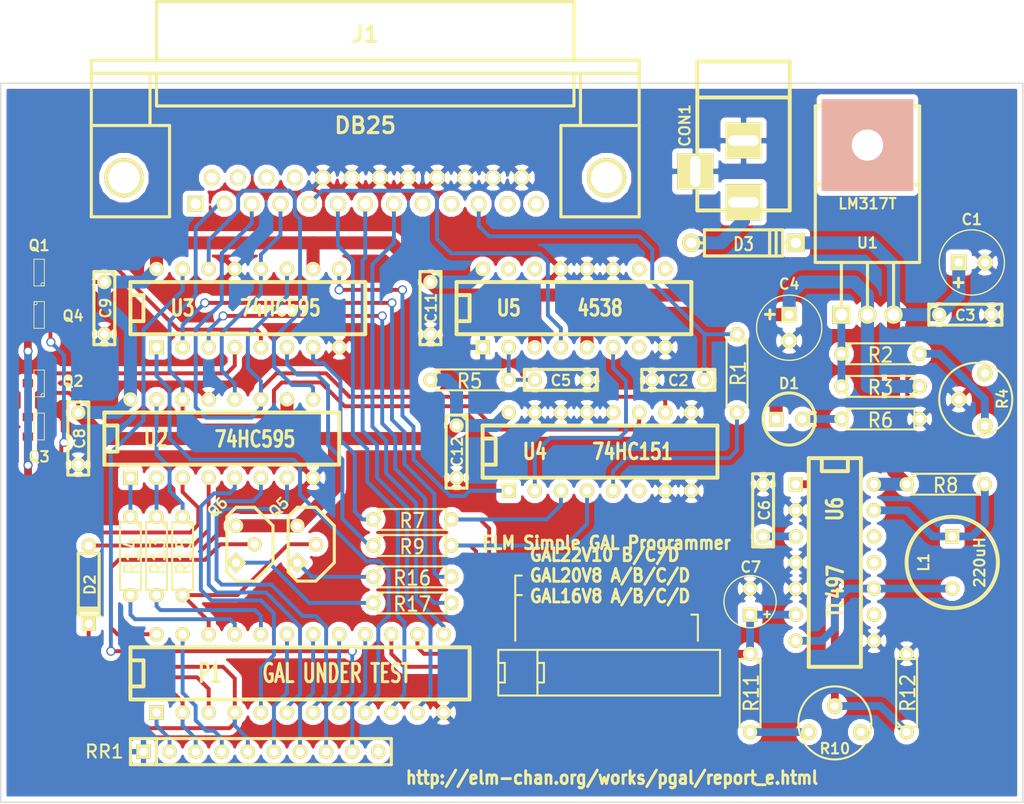
<source format=kicad_pcb>
(kicad_pcb (version 3) (host pcbnew "(2013-07-07 BZR 4022)-stable")
  (layers (15 F.Cu signal) (0 B.Cu signal) (18 B.Paste user) (19 F.Paste user) (20 B.SilkS user) (21 F.SilkS user) (22 B.Mask user) (23 F.Mask user) (28 Edge.Cuts user))
  (net 0 "")
  (net 1 /RA1a)
  (net 2 /RA1b)
  (net 3 /RA1c)
  (net 4 /RA1d)
  (net 5 /RA1e)
  (net 6 /RA1f)
  (net 7 /RA1g)
  (net 8 /RA1h)
  (net 9 GND)
  (net 10 N-000001)
  (net 11 N-0000010)
  (net 12 N-0000011)
  (net 13 N-0000012)
  (net 14 N-0000013)
  (net 15 N-0000014)
  (net 16 N-0000016)
  (net 17 N-0000017)
  (net 18 N-0000018)
  (net 19 N-000002)
  (net 20 N-0000024)
  (net 21 N-0000025)
  (net 22 N-0000026)
  (net 23 N-0000027)
  (net 24 N-0000028)
  (net 25 N-0000029)
  (net 26 N-000003)
  (net 27 N-0000030)
  (net 28 N-0000031)
  (net 29 N-0000035)
  (net 30 N-000004)
  (net 31 N-0000044)
  (net 32 N-000005)
  (net 33 N-0000054)
  (net 34 N-0000055)
  (net 35 N-0000056)
  (net 36 N-0000057)
  (net 37 N-0000058)
  (net 38 N-000006)
  (net 39 N-0000062)
  (net 40 N-0000064)
  (net 41 N-0000065)
  (net 42 N-0000066)
  (net 43 N-0000067)
  (net 44 N-0000068)
  (net 45 N-0000069)
  (net 46 N-000007)
  (net 47 N-0000070)
  (net 48 N-0000071)
  (net 49 N-0000072)
  (net 50 N-0000073)
  (net 51 N-0000074)
  (net 52 N-0000075)
  (net 53 N-0000076)
  (net 54 N-0000077)
  (net 55 N-0000078)
  (net 56 N-0000079)
  (net 57 N-000008)
  (net 58 N-000009)
  (net 59 VCC)
  (net 60 VPP)
  (module L8mm (layer F.Cu) (at 243.84 159.385 270)
    (fp_text reference L1 (at -0.0127 2.7813 270) (layer F.SilkS) (effects (font (size 1.016 1.016) (thickness 0.2032))))
    (fp_text value 220uH (at -0.0127 -2.667 270) (layer F.SilkS) (effects (font (size 1.016 1.016) (thickness 0.2032))))
    (pad 1 thru_hole rect (at -2.54 0 270) (size 1.397 1.397) (drill 0.8128) (layers *.Cu *.Mask F.SilkS) (net 41 N-0000065))
    (pad 2 thru_hole circle (at 2.54 0 270) (size 1.397 1.397) (drill 0.8128) (layers *.Cu *.Mask F.SilkS) (net 39 N-0000062))
  )
  (module TO220 (layer F.Cu) (at 235.585 135.255 270)
    (fp_text reference U1 (at -6.985 0 540) (layer F.SilkS) (effects (font (size 1.016 1.016) (thickness 0.2032))))
    (fp_text value LM317T (at -10.795 0 540) (layer F.SilkS) (effects (font (size 1.016 1.016) (thickness 0.2032))))
    (pad 1 thru_hole rect (at 0 2.54 90) (size 1.778 1.778) (drill 1.143) (layers *.Cu *.Mask F.SilkS) (net 45 N-0000069))
    (pad 3 thru_hole circle (at 0 -2.54 90) (size 1.778 1.778) (drill 1.143) (layers *.Cu *.Mask F.SilkS) (net 49 N-0000072))
    (pad 2 thru_hole circle (at 0 0 90) (size 1.778 1.778) (drill 1.143) (layers *.Cu *.Mask F.SilkS) (net 59 VCC))
    (pad 4 thru_hole rect (at -16.51 0 90) (size 8.89 8.89) (drill 3.048) (layers *.Cu *.SilkS *.Mask))
  )
  (module SOT23 (layer F.Cu) (at 154.94 135.3185 270)
    (fp_text reference Q4 (at 0.0635 -3.302 360) (layer F.SilkS) (effects (font (size 1.016 1.016) (thickness 0.2032))))
    (fp_text value DTA114E hide)
    (pad 3 smd rect (at 0 -1.09982 270) (size 0.8001 1.00076) (layers F.Cu F.Paste F.Mask) (net 2 /RA1b))
    (pad 2 smd rect (at 0.9525 1.09982 270) (size 0.8001 1.00076) (layers F.Cu F.Paste F.Mask) (net 60 VPP))
    (pad 1 smd rect (at -0.9525 1.09982 270) (size 0.8001 1.00076) (layers F.Cu F.Paste F.Mask) (net 12 N-0000011))
  )
  (module SOT23 (layer F.Cu) (at 154.94 146.177 270)
    (fp_text reference Q3 (at 2.921 0 360) (layer F.SilkS) (effects (font (size 1.016 1.016) (thickness 0.2032))))
    (fp_text value DTA114E hide)
    (pad 3 smd rect (at 0 -1.09982 270) (size 0.8001 1.00076) (layers F.Cu F.Paste F.Mask) (net 3 /RA1c))
    (pad 2 smd rect (at 0.9525 1.09982 270) (size 0.8001 1.00076) (layers F.Cu F.Paste F.Mask) (net 60 VPP))
    (pad 1 smd rect (at -0.9525 1.09982 270) (size 0.8001 1.00076) (layers F.Cu F.Paste F.Mask) (net 55 N-0000078))
  )
  (module SOT23 (layer F.Cu) (at 154.94 141.9225 90)
    (fp_text reference Q2 (at 0.1905 3.302 180) (layer F.SilkS) (effects (font (size 1.016 1.016) (thickness 0.2032))))
    (fp_text value DTC114E hide)
    (pad 3 smd rect (at 0 -1.09982 90) (size 0.8001 1.00076) (layers F.Cu F.Paste F.Mask) (net 55 N-0000078))
    (pad 2 smd rect (at 0.9525 1.09982 90) (size 0.8001 1.00076) (layers F.Cu F.Paste F.Mask) (net 25 N-0000029))
    (pad 1 smd rect (at -0.9525 1.09982 90) (size 0.8001 1.00076) (layers F.Cu F.Paste F.Mask) (net 59 VCC))
  )
  (module SOT23 (layer F.Cu) (at 154.94 131.1275 90)
    (fp_text reference Q1 (at 2.6035 0 180) (layer F.SilkS) (effects (font (size 1.016 1.016) (thickness 0.2032))))
    (fp_text value DTC114E hide)
    (pad 3 smd rect (at 0 -1.09982 90) (size 0.8001 1.00076) (layers F.Cu F.Paste F.Mask) (net 12 N-0000011))
    (pad 2 smd rect (at 0.9525 1.09982 90) (size 0.8001 1.00076) (layers F.Cu F.Paste F.Mask) (net 27 N-0000030))
    (pad 1 smd rect (at -0.9525 1.09982 90) (size 0.8001 1.00076) (layers F.Cu F.Paste F.Mask) (net 59 VCC))
  )
  (module RV2 (layer F.Cu) (at 245.745 143.51 90)
    (fp_text reference R4 (at 0.0635 2.9718 90) (layer F.SilkS) (effects (font (size 1.016 1.016) (thickness 0.2032))))
    (fp_text value 1k hide)
    (pad 1 thru_hole circle (at -2.54 1.27 90) (size 1.524 1.524) (drill 0.8128) (layers *.Cu *.Mask F.SilkS) (net 47 N-0000070))
    (pad 2 thru_hole circle (at 0 -1.27 90) (size 1.524 1.524) (drill 0.8128) (layers *.Cu *.Mask F.SilkS) (net 9 GND))
    (pad 3 thru_hole circle (at 2.54 1.27 90) (size 1.524 1.524) (drill 0.8128) (layers *.Cu *.Mask F.SilkS))
  )
  (module RV2 (layer F.Cu) (at 232.41 174.625)
    (fp_text reference R10 (at 0 2.8829) (layer F.SilkS) (effects (font (size 1.016 1.016) (thickness 0.2032))))
    (fp_text value 5k hide)
    (pad 1 thru_hole circle (at -2.54 1.27) (size 1.524 1.524) (drill 0.8128) (layers *.Cu *.Mask F.SilkS) (net 43 N-0000067))
    (pad 2 thru_hole circle (at 0 -1.27) (size 1.524 1.524) (drill 0.8128) (layers *.Cu *.Mask F.SilkS) (net 40 N-0000064))
    (pad 3 thru_hole circle (at 2.54 1.27) (size 1.524 1.524) (drill 0.8128) (layers *.Cu *.Mask F.SilkS))
  )
  (module R3 (layer F.Cu) (at 163.83 158.75 270)
    (fp_text reference R14 (at 0 -0.127 270) (layer F.SilkS) (effects (font (size 1.397 1.27) (thickness 0.2032))))
    (fp_text value 1k hide)
    (pad 1 thru_hole circle (at -3.81 0 270) (size 1.397 1.397) (drill 0.8128) (layers *.Cu *.Mask F.SilkS) (net 38 N-000006))
    (pad 2 thru_hole circle (at 3.81 0 270) (size 1.397 1.397) (drill 0.8128) (layers *.Cu *.Mask F.SilkS) (net 10 N-000001))
  )
  (module R3 (layer F.Cu) (at 191.262 155.194)
    (fp_text reference R7 (at 0 0.127) (layer F.SilkS) (effects (font (size 1.397 1.27) (thickness 0.2032))))
    (fp_text value 4k7 hide)
    (pad 1 thru_hole circle (at -3.81 0) (size 1.397 1.397) (drill 0.8128) (layers *.Cu *.Mask F.SilkS) (net 28 N-0000031))
    (pad 2 thru_hole circle (at 3.81 0) (size 1.397 1.397) (drill 0.8128) (layers *.Cu *.Mask F.SilkS) (net 20 N-0000024))
  )
  (module R3 (layer F.Cu) (at 191.262 157.734)
    (fp_text reference R9 (at 0 0.127) (layer F.SilkS) (effects (font (size 1.397 1.27) (thickness 0.2032))))
    (fp_text value 4k7 hide)
    (pad 1 thru_hole circle (at -3.81 0) (size 1.397 1.397) (drill 0.8128) (layers *.Cu *.Mask F.SilkS) (net 21 N-0000025))
    (pad 2 thru_hole circle (at 3.81 0) (size 1.397 1.397) (drill 0.8128) (layers *.Cu *.Mask F.SilkS) (net 22 N-0000026))
  )
  (module R3 (layer F.Cu) (at 166.37 158.75 270)
    (fp_text reference R13 (at 0 -0.127 270) (layer F.SilkS) (effects (font (size 1.397 1.27) (thickness 0.2032))))
    (fp_text value 1k hide)
    (pad 1 thru_hole circle (at -3.81 0 270) (size 1.397 1.397) (drill 0.8128) (layers *.Cu *.Mask F.SilkS) (net 32 N-000005))
    (pad 2 thru_hole circle (at 3.81 0 270) (size 1.397 1.397) (drill 0.8128) (layers *.Cu *.Mask F.SilkS) (net 26 N-000003))
  )
  (module R3 (layer F.Cu) (at 222.885 140.97 270)
    (fp_text reference R1 (at 0 -0.127 270) (layer F.SilkS) (effects (font (size 1.397 1.27) (thickness 0.2032))))
    (fp_text value 47 hide)
    (pad 1 thru_hole circle (at -3.81 0 270) (size 1.397 1.397) (drill 0.8128) (layers *.Cu *.Mask F.SilkS) (net 29 N-0000035))
    (pad 2 thru_hole circle (at 3.81 0 270) (size 1.397 1.397) (drill 0.8128) (layers *.Cu *.Mask F.SilkS) (net 52 N-0000075))
  )
  (module R3 (layer F.Cu) (at 168.91 158.75 270)
    (fp_text reference R15 (at 0 -0.127 270) (layer F.SilkS) (effects (font (size 1.397 1.27) (thickness 0.2032))))
    (fp_text value 1k hide)
    (pad 1 thru_hole circle (at -3.81 0 270) (size 1.397 1.397) (drill 0.8128) (layers *.Cu *.Mask F.SilkS) (net 46 N-000007))
    (pad 2 thru_hole circle (at 3.81 0 270) (size 1.397 1.397) (drill 0.8128) (layers *.Cu *.Mask F.SilkS) (net 30 N-000004))
  )
  (module R3 (layer F.Cu) (at 191.262 163.322)
    (fp_text reference R17 (at 0 0.127) (layer F.SilkS) (effects (font (size 1.397 1.27) (thickness 0.2032))))
    (fp_text value 560 hide)
    (pad 1 thru_hole circle (at -3.81 0) (size 1.397 1.397) (drill 0.8128) (layers *.Cu *.Mask F.SilkS) (net 34 N-0000055))
    (pad 2 thru_hole circle (at 3.81 0) (size 1.397 1.397) (drill 0.8128) (layers *.Cu *.Mask F.SilkS) (net 35 N-0000056))
  )
  (module R3 (layer F.Cu) (at 191.262 160.782)
    (fp_text reference R16 (at 0 0.127) (layer F.SilkS) (effects (font (size 1.397 1.27) (thickness 0.2032))))
    (fp_text value 560 hide)
    (pad 1 thru_hole circle (at -3.81 0) (size 1.397 1.397) (drill 0.8128) (layers *.Cu *.Mask F.SilkS) (net 36 N-0000057))
    (pad 2 thru_hole circle (at 3.81 0) (size 1.397 1.397) (drill 0.8128) (layers *.Cu *.Mask F.SilkS) (net 33 N-0000054))
  )
  (module R3 (layer F.Cu) (at 236.855 142.24 180)
    (fp_text reference R3 (at 0 -0.127 180) (layer F.SilkS) (effects (font (size 1.397 1.27) (thickness 0.2032))))
    (fp_text value 1k hide)
    (pad 1 thru_hole circle (at -3.81 0 180) (size 1.397 1.397) (drill 0.8128) (layers *.Cu *.Mask F.SilkS) (net 59 VCC))
    (pad 2 thru_hole circle (at 3.81 0 180) (size 1.397 1.397) (drill 0.8128) (layers *.Cu *.Mask F.SilkS) (net 45 N-0000069))
  )
  (module R3 (layer F.Cu) (at 236.855 139.065)
    (fp_text reference R2 (at 0 0.127) (layer F.SilkS) (effects (font (size 1.397 1.27) (thickness 0.2032))))
    (fp_text value 2k7 hide)
    (pad 1 thru_hole circle (at -3.81 0) (size 1.397 1.397) (drill 0.8128) (layers *.Cu *.Mask F.SilkS) (net 45 N-0000069))
    (pad 2 thru_hole circle (at 3.81 0) (size 1.397 1.397) (drill 0.8128) (layers *.Cu *.Mask F.SilkS) (net 47 N-0000070))
  )
  (module R3 (layer F.Cu) (at 239.395 172.085 90)
    (fp_text reference R12 (at 0 0.127 90) (layer F.SilkS) (effects (font (size 1.397 1.27) (thickness 0.2032))))
    (fp_text value 1k5 hide)
    (pad 1 thru_hole circle (at -3.81 0 90) (size 1.397 1.397) (drill 0.8128) (layers *.Cu *.Mask F.SilkS) (net 40 N-0000064))
    (pad 2 thru_hole circle (at 3.81 0 90) (size 1.397 1.397) (drill 0.8128) (layers *.Cu *.Mask F.SilkS) (net 9 GND))
  )
  (module R3 (layer F.Cu) (at 224.155 172.085 270)
    (fp_text reference R11 (at 0 -0.127 270) (layer F.SilkS) (effects (font (size 1.397 1.27) (thickness 0.2032))))
    (fp_text value 15k hide)
    (pad 1 thru_hole circle (at -3.81 0 270) (size 1.397 1.397) (drill 0.8128) (layers *.Cu *.Mask F.SilkS) (net 60 VPP))
    (pad 2 thru_hole circle (at 3.81 0 270) (size 1.397 1.397) (drill 0.8128) (layers *.Cu *.Mask F.SilkS) (net 43 N-0000067))
  )
  (module R3 (layer F.Cu) (at 236.855 145.415)
    (fp_text reference R6 (at 0 0.127) (layer F.SilkS) (effects (font (size 1.397 1.27) (thickness 0.2032))))
    (fp_text value 330 hide)
    (pad 1 thru_hole circle (at -3.81 0) (size 1.397 1.397) (drill 0.8128) (layers *.Cu *.Mask F.SilkS) (net 48 N-0000071))
    (pad 2 thru_hole circle (at 3.81 0) (size 1.397 1.397) (drill 0.8128) (layers *.Cu *.Mask F.SilkS) (net 9 GND))
  )
  (module R3 (layer F.Cu) (at 196.85 141.605)
    (fp_text reference R5 (at 0 0.127) (layer F.SilkS) (effects (font (size 1.397 1.27) (thickness 0.2032))))
    (fp_text value 100k hide)
    (pad 1 thru_hole circle (at -3.81 0) (size 1.397 1.397) (drill 0.8128) (layers *.Cu *.Mask F.SilkS) (net 59 VCC))
    (pad 2 thru_hole circle (at 3.81 0) (size 1.397 1.397) (drill 0.8128) (layers *.Cu *.Mask F.SilkS) (net 42 N-0000066))
  )
  (module R3 (layer F.Cu) (at 243.205 151.765)
    (fp_text reference R8 (at 0 0.127) (layer F.SilkS) (effects (font (size 1.397 1.27) (thickness 0.2032))))
    (fp_text value 10 hide)
    (pad 1 thru_hole circle (at -3.81 0) (size 1.397 1.397) (drill 0.8128) (layers *.Cu *.Mask F.SilkS) (net 49 N-0000072))
    (pad 2 thru_hole circle (at 3.81 0) (size 1.397 1.397) (drill 0.8128) (layers *.Cu *.Mask F.SilkS) (net 41 N-0000065))
  )
  (module LEDV (layer F.Cu) (at 227.965 145.415)
    (fp_text reference D1 (at -0.0127 -3.4544) (layer F.SilkS) (effects (font (size 1.016 1.016) (thickness 0.2032))))
    (fp_text value LED hide)
    (pad 1 thru_hole rect (at -1.27 0) (size 1.397 1.397) (drill 0.8128) (layers *.Cu *.Mask F.SilkS) (net 59 VCC))
    (pad 2 thru_hole circle (at 1.27 0) (size 1.397 1.397) (drill 0.8128) (layers *.Cu *.Mask F.SilkS) (net 48 N-0000071))
  )
  (module DIP-24__300 (layer F.Cu) (at 180.34 170.18)
    (fp_text reference P1 (at -8.763 0) (layer F.SilkS) (effects (font (size 1.778 1.143) (thickness 0.3048))))
    (fp_text value "GAL UNDER TEST" (at 3.556 0) (layer F.SilkS) (effects (font (size 1.778 1.143) (thickness 0.28575))))
    (pad 1 thru_hole rect (at -13.97 3.81) (size 1.397 1.397) (drill 0.8128) (layers *.Cu *.Mask F.SilkS) (net 1 /RA1a))
    (pad 2 thru_hole circle (at -11.43 3.81) (size 1.397 1.397) (drill 0.8128) (layers *.Cu *.Mask F.SilkS) (net 2 /RA1b))
    (pad 3 thru_hole circle (at -8.89 3.81) (size 1.397 1.397) (drill 0.8128) (layers *.Cu *.Mask F.SilkS) (net 24 N-0000028))
    (pad 4 thru_hole circle (at -6.35 3.81) (size 1.397 1.397) (drill 0.8128) (layers *.Cu *.Mask F.SilkS) (net 3 /RA1c))
    (pad 5 thru_hole circle (at -3.81 3.81) (size 1.397 1.397) (drill 0.8128) (layers *.Cu *.Mask F.SilkS) (net 11 N-0000010))
    (pad 6 thru_hole circle (at -1.27 3.81) (size 1.397 1.397) (drill 0.8128) (layers *.Cu *.Mask F.SilkS) (net 57 N-000008))
    (pad 7 thru_hole circle (at 1.27 3.81) (size 1.397 1.397) (drill 0.8128) (layers *.Cu *.Mask F.SilkS) (net 13 N-0000012))
    (pad 8 thru_hole circle (at 3.81 3.81) (size 1.397 1.397) (drill 0.8128) (layers *.Cu *.Mask F.SilkS) (net 14 N-0000013))
    (pad 9 thru_hole circle (at 6.35 3.81) (size 1.397 1.397) (drill 0.8128) (layers *.Cu *.Mask F.SilkS) (net 19 N-000002))
    (pad 10 thru_hole circle (at 8.89 3.81) (size 1.397 1.397) (drill 0.8128) (layers *.Cu *.Mask F.SilkS) (net 16 N-0000016))
    (pad 11 thru_hole circle (at 11.43 3.81) (size 1.397 1.397) (drill 0.8128) (layers *.Cu *.Mask F.SilkS) (net 17 N-0000017))
    (pad 12 thru_hole circle (at 13.97 3.81) (size 1.397 1.397) (drill 0.8128) (layers *.Cu *.Mask F.SilkS) (net 9 GND))
    (pad 13 thru_hole circle (at 13.97 -3.81) (size 1.397 1.397) (drill 0.8128) (layers *.Cu *.Mask F.SilkS) (net 18 N-0000018))
    (pad 14 thru_hole circle (at 11.43 -3.81) (size 1.397 1.397) (drill 0.8128) (layers *.Cu *.Mask F.SilkS) (net 22 N-0000026))
    (pad 15 thru_hole circle (at 8.89 -3.81) (size 1.397 1.397) (drill 0.8128) (layers *.Cu *.Mask F.SilkS) (net 20 N-0000024))
    (pad 16 thru_hole circle (at 6.35 -3.81) (size 1.397 1.397) (drill 0.8128) (layers *.Cu *.Mask F.SilkS) (net 8 /RA1h))
    (pad 17 thru_hole circle (at 3.81 -3.81) (size 1.397 1.397) (drill 0.8128) (layers *.Cu *.Mask F.SilkS) (net 7 /RA1g))
    (pad 18 thru_hole circle (at 1.27 -3.81) (size 1.397 1.397) (drill 0.8128) (layers *.Cu *.Mask F.SilkS) (net 6 /RA1f))
    (pad 19 thru_hole circle (at -1.27 -3.81) (size 1.397 1.397) (drill 0.8128) (layers *.Cu *.Mask F.SilkS) (net 5 /RA1e))
    (pad 20 thru_hole circle (at -3.81 -3.81) (size 1.397 1.397) (drill 0.8128) (layers *.Cu *.Mask F.SilkS) (net 26 N-000003))
    (pad 21 thru_hole circle (at -6.35 -3.81) (size 1.397 1.397) (drill 0.8128) (layers *.Cu *.Mask F.SilkS) (net 10 N-000001))
    (pad 22 thru_hole circle (at -8.89 -3.81) (size 1.397 1.397) (drill 0.8128) (layers *.Cu *.Mask F.SilkS) (net 30 N-000004))
    (pad 23 thru_hole circle (at -11.43 -3.81) (size 1.397 1.397) (drill 0.8128) (layers *.Cu *.Mask F.SilkS) (net 4 /RA1d))
    (pad 24 thru_hole circle (at -13.97 -3.81) (size 1.397 1.397) (drill 0.8128) (layers *.Cu *.Mask F.SilkS) (net 37 N-0000058))
  )
  (module DIP-16__300 (layer F.Cu) (at 209.55 148.59)
    (fp_text reference U4 (at -6.35 0) (layer F.SilkS) (effects (font (size 1.524 1.143) (thickness 0.3048))))
    (fp_text value 74HC151 (at 3.175 0) (layer F.SilkS) (effects (font (size 1.524 1.143) (thickness 0.3048))))
    (pad 1 thru_hole rect (at -8.89 3.81) (size 1.397 1.397) (drill 0.8128) (layers *.Cu *.Mask F.SilkS) (net 54 N-0000077))
    (pad 2 thru_hole circle (at -6.35 3.81) (size 1.397 1.397) (drill 0.8128) (layers *.Cu *.Mask F.SilkS) (net 23 N-0000027))
    (pad 3 thru_hole circle (at -3.81 3.81) (size 1.397 1.397) (drill 0.8128) (layers *.Cu *.Mask F.SilkS) (net 20 N-0000024))
    (pad 4 thru_hole circle (at -1.27 3.81) (size 1.397 1.397) (drill 0.8128) (layers *.Cu *.Mask F.SilkS) (net 22 N-0000026))
    (pad 5 thru_hole circle (at 1.27 3.81) (size 1.397 1.397) (drill 0.8128) (layers *.Cu *.Mask F.SilkS) (net 52 N-0000075))
    (pad 6 thru_hole circle (at 3.81 3.81) (size 1.397 1.397) (drill 0.8128) (layers *.Cu *.Mask F.SilkS))
    (pad 7 thru_hole circle (at 6.35 3.81) (size 1.397 1.397) (drill 0.8128) (layers *.Cu *.Mask F.SilkS) (net 9 GND))
    (pad 8 thru_hole circle (at 8.89 3.81) (size 1.397 1.397) (drill 0.8128) (layers *.Cu *.Mask F.SilkS) (net 9 GND))
    (pad 9 thru_hole circle (at 8.89 -3.81) (size 1.397 1.397) (drill 0.8128) (layers *.Cu *.Mask F.SilkS) (net 9 GND))
    (pad 10 thru_hole circle (at 6.35 -3.81) (size 1.397 1.397) (drill 0.8128) (layers *.Cu *.Mask F.SilkS) (net 51 N-0000074))
    (pad 11 thru_hole circle (at 3.81 -3.81) (size 1.397 1.397) (drill 0.8128) (layers *.Cu *.Mask F.SilkS) (net 56 N-0000079))
    (pad 12 thru_hole circle (at 1.27 -3.81) (size 1.397 1.397) (drill 0.8128) (layers *.Cu *.Mask F.SilkS) (net 9 GND))
    (pad 13 thru_hole circle (at -1.27 -3.81) (size 1.397 1.397) (drill 0.8128) (layers *.Cu *.Mask F.SilkS) (net 9 GND))
    (pad 14 thru_hole circle (at -3.81 -3.81) (size 1.397 1.397) (drill 0.8128) (layers *.Cu *.Mask F.SilkS) (net 9 GND))
    (pad 15 thru_hole circle (at -6.35 -3.81) (size 1.397 1.397) (drill 0.8128) (layers *.Cu *.Mask F.SilkS) (net 9 GND))
    (pad 16 thru_hole circle (at -8.89 -3.81) (size 1.397 1.397) (drill 0.8128) (layers *.Cu *.Mask F.SilkS) (net 59 VCC))
  )
  (module DIP-16__300 (layer F.Cu) (at 175.26 134.62)
    (fp_text reference U3 (at -6.35 0) (layer F.SilkS) (effects (font (size 1.524 1.143) (thickness 0.3048))))
    (fp_text value 74HC595 (at 3.175 0) (layer F.SilkS) (effects (font (size 1.524 1.143) (thickness 0.3048))))
    (pad 1 thru_hole rect (at -8.89 3.81) (size 1.397 1.397) (drill 0.8128) (layers *.Cu *.Mask F.SilkS) (net 19 N-000002))
    (pad 2 thru_hole circle (at -6.35 3.81) (size 1.397 1.397) (drill 0.8128) (layers *.Cu *.Mask F.SilkS) (net 33 N-0000054))
    (pad 3 thru_hole circle (at -3.81 3.81) (size 1.397 1.397) (drill 0.8128) (layers *.Cu *.Mask F.SilkS) (net 35 N-0000056))
    (pad 4 thru_hole circle (at -1.27 3.81) (size 1.397 1.397) (drill 0.8128) (layers *.Cu *.Mask F.SilkS) (net 25 N-0000029))
    (pad 5 thru_hole circle (at 1.27 3.81) (size 1.397 1.397) (drill 0.8128) (layers *.Cu *.Mask F.SilkS) (net 27 N-0000030))
    (pad 6 thru_hole circle (at 3.81 3.81) (size 1.397 1.397) (drill 0.8128) (layers *.Cu *.Mask F.SilkS) (net 21 N-0000025))
    (pad 7 thru_hole circle (at 6.35 3.81) (size 1.397 1.397) (drill 0.8128) (layers *.Cu *.Mask F.SilkS) (net 28 N-0000031))
    (pad 8 thru_hole circle (at 8.89 3.81) (size 1.397 1.397) (drill 0.8128) (layers *.Cu *.Mask F.SilkS) (net 9 GND))
    (pad 9 thru_hole circle (at 8.89 -3.81) (size 1.397 1.397) (drill 0.8128) (layers *.Cu *.Mask F.SilkS) (net 54 N-0000077))
    (pad 10 thru_hole circle (at 6.35 -3.81) (size 1.397 1.397) (drill 0.8128) (layers *.Cu *.Mask F.SilkS) (net 59 VCC))
    (pad 11 thru_hole circle (at 3.81 -3.81) (size 1.397 1.397) (drill 0.8128) (layers *.Cu *.Mask F.SilkS) (net 51 N-0000074))
    (pad 12 thru_hole circle (at 1.27 -3.81) (size 1.397 1.397) (drill 0.8128) (layers *.Cu *.Mask F.SilkS) (net 53 N-0000076))
    (pad 13 thru_hole circle (at -1.27 -3.81) (size 1.397 1.397) (drill 0.8128) (layers *.Cu *.Mask F.SilkS) (net 9 GND))
    (pad 14 thru_hole circle (at -3.81 -3.81) (size 1.397 1.397) (drill 0.8128) (layers *.Cu *.Mask F.SilkS) (net 50 N-0000073))
    (pad 15 thru_hole circle (at -6.35 -3.81) (size 1.397 1.397) (drill 0.8128) (layers *.Cu *.Mask F.SilkS) (net 14 N-0000013))
    (pad 16 thru_hole circle (at -8.89 -3.81) (size 1.397 1.397) (drill 0.8128) (layers *.Cu *.Mask F.SilkS) (net 59 VCC))
  )
  (module DIP-16__300 (layer F.Cu) (at 172.72 147.32)
    (fp_text reference U2 (at -6.4135 0) (layer F.SilkS) (effects (font (size 1.524 1.143) (thickness 0.3048))))
    (fp_text value 74HC595 (at 3.2385 0.0635) (layer F.SilkS) (effects (font (size 1.524 1.143) (thickness 0.3048))))
    (pad 1 thru_hole rect (at -8.89 3.81) (size 1.397 1.397) (drill 0.8128) (layers *.Cu *.Mask F.SilkS) (net 38 N-000006))
    (pad 2 thru_hole circle (at -6.35 3.81) (size 1.397 1.397) (drill 0.8128) (layers *.Cu *.Mask F.SilkS) (net 32 N-000005))
    (pad 3 thru_hole circle (at -3.81 3.81) (size 1.397 1.397) (drill 0.8128) (layers *.Cu *.Mask F.SilkS) (net 24 N-0000028))
    (pad 4 thru_hole circle (at -1.27 3.81) (size 1.397 1.397) (drill 0.8128) (layers *.Cu *.Mask F.SilkS) (net 58 N-000009))
    (pad 5 thru_hole circle (at 1.27 3.81) (size 1.397 1.397) (drill 0.8128) (layers *.Cu *.Mask F.SilkS) (net 11 N-0000010))
    (pad 6 thru_hole circle (at 3.81 3.81) (size 1.397 1.397) (drill 0.8128) (layers *.Cu *.Mask F.SilkS) (net 57 N-000008))
    (pad 7 thru_hole circle (at 6.35 3.81) (size 1.397 1.397) (drill 0.8128) (layers *.Cu *.Mask F.SilkS) (net 13 N-0000012))
    (pad 8 thru_hole circle (at 8.89 3.81) (size 1.397 1.397) (drill 0.8128) (layers *.Cu *.Mask F.SilkS) (net 9 GND))
    (pad 9 thru_hole circle (at 8.89 -3.81) (size 1.397 1.397) (drill 0.8128) (layers *.Cu *.Mask F.SilkS) (net 50 N-0000073))
    (pad 10 thru_hole circle (at 6.35 -3.81) (size 1.397 1.397) (drill 0.8128) (layers *.Cu *.Mask F.SilkS) (net 59 VCC))
    (pad 11 thru_hole circle (at 3.81 -3.81) (size 1.397 1.397) (drill 0.8128) (layers *.Cu *.Mask F.SilkS) (net 51 N-0000074))
    (pad 12 thru_hole circle (at 1.27 -3.81) (size 1.397 1.397) (drill 0.8128) (layers *.Cu *.Mask F.SilkS) (net 53 N-0000076))
    (pad 13 thru_hole circle (at -1.27 -3.81) (size 1.397 1.397) (drill 0.8128) (layers *.Cu *.Mask F.SilkS) (net 9 GND))
    (pad 14 thru_hole circle (at -3.81 -3.81) (size 1.397 1.397) (drill 0.8128) (layers *.Cu *.Mask F.SilkS) (net 56 N-0000079))
    (pad 15 thru_hole circle (at -6.35 -3.81) (size 1.397 1.397) (drill 0.8128) (layers *.Cu *.Mask F.SilkS) (net 46 N-000007))
    (pad 16 thru_hole circle (at -8.89 -3.81) (size 1.397 1.397) (drill 0.8128) (layers *.Cu *.Mask F.SilkS) (net 59 VCC))
  )
  (module DIP-16__300 (layer F.Cu) (at 207.01 134.62)
    (fp_text reference U5 (at -6.35 0) (layer F.SilkS) (effects (font (size 1.524 1.143) (thickness 0.3048))))
    (fp_text value 4538 (at 2.54 0) (layer F.SilkS) (effects (font (size 1.524 1.143) (thickness 0.3048))))
    (pad 1 thru_hole rect (at -8.89 3.81) (size 1.397 1.397) (drill 0.8128) (layers *.Cu *.Mask F.SilkS) (net 9 GND))
    (pad 2 thru_hole circle (at -6.35 3.81) (size 1.397 1.397) (drill 0.8128) (layers *.Cu *.Mask F.SilkS) (net 42 N-0000066))
    (pad 3 thru_hole circle (at -3.81 3.81) (size 1.397 1.397) (drill 0.8128) (layers *.Cu *.Mask F.SilkS) (net 59 VCC))
    (pad 4 thru_hole circle (at -1.27 3.81) (size 1.397 1.397) (drill 0.8128) (layers *.Cu *.Mask F.SilkS) (net 15 N-0000014))
    (pad 5 thru_hole circle (at 1.27 3.81) (size 1.397 1.397) (drill 0.8128) (layers *.Cu *.Mask F.SilkS) (net 59 VCC))
    (pad 6 thru_hole circle (at 3.81 3.81) (size 1.397 1.397) (drill 0.8128) (layers *.Cu *.Mask F.SilkS) (net 23 N-0000027))
    (pad 7 thru_hole circle (at 6.35 3.81) (size 1.397 1.397) (drill 0.8128) (layers *.Cu *.Mask F.SilkS))
    (pad 8 thru_hole circle (at 8.89 3.81) (size 1.397 1.397) (drill 0.8128) (layers *.Cu *.Mask F.SilkS) (net 9 GND))
    (pad 9 thru_hole circle (at 8.89 -3.81) (size 1.397 1.397) (drill 0.8128) (layers *.Cu *.Mask F.SilkS))
    (pad 10 thru_hole circle (at 6.35 -3.81) (size 1.397 1.397) (drill 0.8128) (layers *.Cu *.Mask F.SilkS))
    (pad 11 thru_hole circle (at 3.81 -3.81) (size 1.397 1.397) (drill 0.8128) (layers *.Cu *.Mask F.SilkS) (net 9 GND))
    (pad 12 thru_hole circle (at 1.27 -3.81) (size 1.397 1.397) (drill 0.8128) (layers *.Cu *.Mask F.SilkS) (net 9 GND))
    (pad 13 thru_hole circle (at -1.27 -3.81) (size 1.397 1.397) (drill 0.8128) (layers *.Cu *.Mask F.SilkS) (net 9 GND))
    (pad 14 thru_hole circle (at -3.81 -3.81) (size 1.397 1.397) (drill 0.8128) (layers *.Cu *.Mask F.SilkS))
    (pad 15 thru_hole circle (at -6.35 -3.81) (size 1.397 1.397) (drill 0.8128) (layers *.Cu *.Mask F.SilkS))
    (pad 16 thru_hole circle (at -8.89 -3.81) (size 1.397 1.397) (drill 0.8128) (layers *.Cu *.Mask F.SilkS) (net 59 VCC))
  )
  (module DIP-14__300 (layer F.Cu) (at 232.41 159.385 270)
    (fp_text reference U6 (at -5.207 0 270) (layer F.SilkS) (effects (font (size 1.524 1.143) (thickness 0.3048))))
    (fp_text value TL497 (at 2.794 -0.0635 270) (layer F.SilkS) (effects (font (size 1.524 1.143) (thickness 0.3048))))
    (pad 1 thru_hole rect (at -7.62 3.81 270) (size 1.397 1.397) (drill 0.8128) (layers *.Cu *.Mask F.SilkS) (net 40 N-0000064))
    (pad 2 thru_hole circle (at -5.08 3.81 270) (size 1.397 1.397) (drill 0.8128) (layers *.Cu *.Mask F.SilkS) (net 9 GND))
    (pad 3 thru_hole circle (at -2.54 3.81 270) (size 1.397 1.397) (drill 0.8128) (layers *.Cu *.Mask F.SilkS) (net 44 N-0000068))
    (pad 4 thru_hole circle (at 0 3.81 270) (size 1.397 1.397) (drill 0.8128) (layers *.Cu *.Mask F.SilkS) (net 9 GND))
    (pad 5 thru_hole circle (at 2.54 3.81 270) (size 1.397 1.397) (drill 0.8128) (layers *.Cu *.Mask F.SilkS) (net 9 GND))
    (pad 6 thru_hole circle (at 5.08 3.81 270) (size 1.397 1.397) (drill 0.8128) (layers *.Cu *.Mask F.SilkS) (net 60 VPP))
    (pad 7 thru_hole circle (at 7.62 3.81 270) (size 1.397 1.397) (drill 0.8128) (layers *.Cu *.Mask F.SilkS) (net 39 N-0000062))
    (pad 8 thru_hole circle (at 7.62 -3.81 270) (size 1.397 1.397) (drill 0.8128) (layers *.Cu *.Mask F.SilkS) (net 9 GND))
    (pad 9 thru_hole circle (at 5.08 -3.81 270) (size 1.397 1.397) (drill 0.8128) (layers *.Cu *.Mask F.SilkS))
    (pad 10 thru_hole circle (at 2.54 -3.81 270) (size 1.397 1.397) (drill 0.8128) (layers *.Cu *.Mask F.SilkS) (net 39 N-0000062))
    (pad 11 thru_hole circle (at 0 -3.81 270) (size 1.397 1.397) (drill 0.8128) (layers *.Cu *.Mask F.SilkS))
    (pad 12 thru_hole circle (at -2.54 -3.81 270) (size 1.397 1.397) (drill 0.8128) (layers *.Cu *.Mask F.SilkS))
    (pad 13 thru_hole circle (at -5.08 -3.81 270) (size 1.397 1.397) (drill 0.8128) (layers *.Cu *.Mask F.SilkS) (net 41 N-0000065))
    (pad 14 thru_hole circle (at -7.62 -3.81 270) (size 1.397 1.397) (drill 0.8128) (layers *.Cu *.Mask F.SilkS) (net 49 N-0000072))
  )
  (module DB25FC (layer F.Cu) (at 186.69 123.19)
    (fp_text reference J1 (at 0 -15.24) (layer F.SilkS) (effects (font (size 1.524 1.524) (thickness 0.3048))))
    (fp_text value DB25 (at 0 -6.35) (layer F.SilkS) (effects (font (size 1.524 1.524) (thickness 0.3048))))
    (pad "" thru_hole circle (at 23.495 -1.27) (size 3.81 3.81) (drill 3.048) (layers *.Cu *.Mask F.SilkS))
    (pad "" thru_hole circle (at -23.495 -1.27) (size 3.81 3.81) (drill 3.048) (layers *.Cu *.Mask F.SilkS))
    (pad 1 thru_hole rect (at -16.51 1.27) (size 1.524 1.524) (drill 1.016) (layers *.Cu *.Mask F.SilkS))
    (pad 2 thru_hole circle (at -13.716 1.27) (size 1.524 1.524) (drill 1.016) (layers *.Cu *.Mask F.SilkS) (net 56 N-0000079))
    (pad 3 thru_hole circle (at -11.049 1.27) (size 1.524 1.524) (drill 1.016) (layers *.Cu *.Mask F.SilkS) (net 51 N-0000074))
    (pad 4 thru_hole circle (at -8.255 1.27) (size 1.524 1.524) (drill 1.016) (layers *.Cu *.Mask F.SilkS) (net 53 N-0000076))
    (pad 5 thru_hole circle (at -5.461 1.27) (size 1.524 1.524) (drill 1.016) (layers *.Cu *.Mask F.SilkS) (net 15 N-0000014))
    (pad 6 thru_hole circle (at -2.667 1.27) (size 1.524 1.524) (drill 1.016) (layers *.Cu *.Mask F.SilkS) (net 16 N-0000016))
    (pad 7 thru_hole circle (at 0 1.27) (size 1.524 1.524) (drill 1.016) (layers *.Cu *.Mask F.SilkS) (net 17 N-0000017))
    (pad 8 thru_hole circle (at 2.794 1.27) (size 1.524 1.524) (drill 1.016) (layers *.Cu *.Mask F.SilkS) (net 18 N-0000018))
    (pad 9 thru_hole circle (at 5.588 1.27) (size 1.524 1.524) (drill 1.016) (layers *.Cu *.Mask F.SilkS))
    (pad 10 thru_hole circle (at 8.382 1.27) (size 1.524 1.524) (drill 1.016) (layers *.Cu *.Mask F.SilkS))
    (pad 11 thru_hole circle (at 11.049 1.27) (size 1.524 1.524) (drill 1.016) (layers *.Cu *.Mask F.SilkS) (net 29 N-0000035))
    (pad 12 thru_hole circle (at 13.843 1.27) (size 1.524 1.524) (drill 1.016) (layers *.Cu *.Mask F.SilkS))
    (pad 13 thru_hole circle (at 16.637 1.27) (size 1.524 1.524) (drill 1.016) (layers *.Cu *.Mask F.SilkS))
    (pad 14 thru_hole circle (at -14.9352 -1.27) (size 1.524 1.524) (drill 1.016) (layers *.Cu *.Mask F.SilkS))
    (pad 15 thru_hole circle (at -12.3952 -1.27) (size 1.524 1.524) (drill 1.016) (layers *.Cu *.Mask F.SilkS))
    (pad 16 thru_hole circle (at -9.6012 -1.27) (size 1.524 1.524) (drill 1.016) (layers *.Cu *.Mask F.SilkS))
    (pad 17 thru_hole circle (at -6.858 -1.27) (size 1.524 1.524) (drill 1.016) (layers *.Cu *.Mask F.SilkS))
    (pad 18 thru_hole circle (at -4.1148 -1.27) (size 1.524 1.524) (drill 1.016) (layers *.Cu *.Mask F.SilkS) (net 9 GND))
    (pad 19 thru_hole circle (at -1.3208 -1.27) (size 1.524 1.524) (drill 1.016) (layers *.Cu *.Mask F.SilkS) (net 9 GND))
    (pad 20 thru_hole circle (at 1.4224 -1.27) (size 1.524 1.524) (drill 1.016) (layers *.Cu *.Mask F.SilkS) (net 9 GND))
    (pad 21 thru_hole circle (at 4.1656 -1.27) (size 1.524 1.524) (drill 1.016) (layers *.Cu *.Mask F.SilkS) (net 9 GND))
    (pad 22 thru_hole circle (at 7.0104 -1.27) (size 1.524 1.524) (drill 1.016) (layers *.Cu *.Mask F.SilkS) (net 9 GND))
    (pad 23 thru_hole circle (at 9.7028 -1.27) (size 1.524 1.524) (drill 1.016) (layers *.Cu *.Mask F.SilkS) (net 9 GND))
    (pad 24 thru_hole circle (at 12.446 -1.27) (size 1.524 1.524) (drill 1.016) (layers *.Cu *.Mask F.SilkS) (net 9 GND))
    (pad 25 thru_hole circle (at 15.24 -1.27) (size 1.524 1.524) (drill 1.016) (layers *.Cu *.Mask F.SilkS) (net 9 GND))
  )
  (module D3 (layer F.Cu) (at 159.766 161.544 270)
    (fp_text reference D2 (at 0 -0.127 270) (layer F.SilkS) (effects (font (size 1.016 1.016) (thickness 0.2032))))
    (fp_text value DIODE hide)
    (pad 2 thru_hole rect (at 3.81 0 270) (size 1.397 1.397) (drill 0.8128) (layers *.Cu *.Mask F.SilkS) (net 3 /RA1c))
    (pad 1 thru_hole circle (at -3.81 0 270) (size 1.397 1.397) (drill 0.8128) (layers *.Cu *.Mask F.SilkS) (net 58 N-000009))
  )
  (module C2 (layer F.Cu) (at 225.425 154.305 90)
    (fp_text reference C6 (at 0 0.127 90) (layer F.SilkS) (effects (font (size 1.016 1.016) (thickness 0.2032))))
    (fp_text value 47pF hide)
    (pad 1 thru_hole circle (at -2.54 0 90) (size 1.397 1.397) (drill 0.8128) (layers *.Cu *.Mask F.SilkS) (net 44 N-0000068))
    (pad 2 thru_hole circle (at 2.54 0 90) (size 1.397 1.397) (drill 0.8128) (layers *.Cu *.Mask F.SilkS) (net 9 GND))
  )
  (module C2 (layer F.Cu) (at 245.11 135.255)
    (fp_text reference C3 (at 0 0.0635) (layer F.SilkS) (effects (font (size 1.016 1.016) (thickness 0.2032))))
    (fp_text value 0.1uF hide)
    (pad 1 thru_hole circle (at -2.54 0) (size 1.397 1.397) (drill 0.8128) (layers *.Cu *.Mask F.SilkS) (net 49 N-0000072))
    (pad 2 thru_hole circle (at 2.54 0) (size 1.397 1.397) (drill 0.8128) (layers *.Cu *.Mask F.SilkS) (net 9 GND))
  )
  (module C2 (layer F.Cu) (at 205.74 141.605 180)
    (fp_text reference C5 (at 0 -0.0635 180) (layer F.SilkS) (effects (font (size 1.016 1.016) (thickness 0.2032))))
    (fp_text value 0.1uF hide)
    (pad 1 thru_hole circle (at -2.54 0 180) (size 1.397 1.397) (drill 0.8128) (layers *.Cu *.Mask F.SilkS) (net 9 GND))
    (pad 2 thru_hole circle (at 2.54 0 180) (size 1.397 1.397) (drill 0.8128) (layers *.Cu *.Mask F.SilkS) (net 42 N-0000066))
  )
  (module C2 (layer F.Cu) (at 217.17 141.605 180)
    (fp_text reference C2 (at 0 -0.0635 180) (layer F.SilkS) (effects (font (size 1.016 1.016) (thickness 0.2032))))
    (fp_text value 2n2 hide)
    (pad 1 thru_hole circle (at -2.54 0 180) (size 1.397 1.397) (drill 0.8128) (layers *.Cu *.Mask F.SilkS) (net 29 N-0000035))
    (pad 2 thru_hole circle (at 2.54 0 180) (size 1.397 1.397) (drill 0.8128) (layers *.Cu *.Mask F.SilkS) (net 9 GND))
  )
  (module C2 (layer F.Cu) (at 195.58 148.59 270)
    (fp_text reference C12 (at 0 -0.0635 270) (layer F.SilkS) (effects (font (size 1.016 1.016) (thickness 0.2032))))
    (fp_text value 0.1uF hide)
    (pad 1 thru_hole circle (at -2.54 0 270) (size 1.397 1.397) (drill 0.8128) (layers *.Cu *.Mask F.SilkS) (net 59 VCC))
    (pad 2 thru_hole circle (at 2.54 0 270) (size 1.397 1.397) (drill 0.8128) (layers *.Cu *.Mask F.SilkS) (net 9 GND))
  )
  (module C2 (layer F.Cu) (at 193.04 134.62 270)
    (fp_text reference C11 (at 0 -0.0635 270) (layer F.SilkS) (effects (font (size 1.016 1.016) (thickness 0.2032))))
    (fp_text value 0.1uF hide)
    (pad 1 thru_hole circle (at -2.54 0 270) (size 1.397 1.397) (drill 0.8128) (layers *.Cu *.Mask F.SilkS) (net 59 VCC))
    (pad 2 thru_hole circle (at 2.54 0 270) (size 1.397 1.397) (drill 0.8128) (layers *.Cu *.Mask F.SilkS) (net 9 GND))
  )
  (module C2 (layer F.Cu) (at 161.29 134.62 270)
    (fp_text reference C9 (at 0 -0.127 270) (layer F.SilkS) (effects (font (size 1.016 1.016) (thickness 0.2032))))
    (fp_text value 0.1uF hide)
    (pad 1 thru_hole circle (at -2.54 0 270) (size 1.397 1.397) (drill 0.8128) (layers *.Cu *.Mask F.SilkS) (net 59 VCC))
    (pad 2 thru_hole circle (at 2.54 0 270) (size 1.397 1.397) (drill 0.8128) (layers *.Cu *.Mask F.SilkS) (net 9 GND))
  )
  (module C2 (layer F.Cu) (at 158.75 147.32 270)
    (fp_text reference C8 (at 0 -0.127 270) (layer F.SilkS) (effects (font (size 1.016 1.016) (thickness 0.2032))))
    (fp_text value 0.1uF hide)
    (pad 1 thru_hole circle (at -2.54 0 270) (size 1.397 1.397) (drill 0.8128) (layers *.Cu *.Mask F.SilkS) (net 59 VCC))
    (pad 2 thru_hole circle (at 2.54 0 270) (size 1.397 1.397) (drill 0.8128) (layers *.Cu *.Mask F.SilkS) (net 9 GND))
  )
  (module C1V7 (layer F.Cu) (at 227.965 136.525 270)
    (fp_text reference C4 (at -4.2418 0 360) (layer F.SilkS) (effects (font (size 1.016 1.016) (thickness 0.2032))))
    (fp_text value 100uF hide)
    (fp_text user + (at -1.2954 1.9558 270) (layer F.SilkS) (effects (font (size 1.143 1.143) (thickness 0.3048))))
    (pad 1 thru_hole rect (at -1.27 0 270) (size 1.524 1.524) (drill 0.8128) (layers *.Cu *.Mask F.SilkS) (net 59 VCC))
    (pad 2 thru_hole circle (at 1.27 0 270) (size 1.524 1.524) (drill 0.8128) (layers *.Cu *.Mask F.SilkS) (net 9 GND))
  )
  (module C1V7 (layer F.Cu) (at 245.745 130.175)
    (fp_text reference C1 (at 0 -4.1783) (layer F.SilkS) (effects (font (size 1.016 1.016) (thickness 0.2032))))
    (fp_text value 100uF hide)
    (fp_text user + (at -1.2954 1.8796) (layer F.SilkS) (effects (font (size 1.143 1.143) (thickness 0.3048))))
    (pad 1 thru_hole rect (at -1.27 0) (size 1.524 1.524) (drill 0.8128) (layers *.Cu *.Mask F.SilkS) (net 49 N-0000072))
    (pad 2 thru_hole circle (at 1.27 0) (size 1.524 1.524) (drill 0.8128) (layers *.Cu *.Mask F.SilkS) (net 9 GND))
  )
  (module C1V5 (layer F.Cu) (at 224.155 163.195 90)
    (fp_text reference C7 (at 3.3655 0.0635 180) (layer F.SilkS) (effects (font (size 1.016 1.016) (thickness 0.2032))))
    (fp_text value 47uF hide)
    (fp_text user + (at -1.2319 1.6002 90) (layer F.SilkS) (effects (font (size 0.762 0.762) (thickness 0.2032))))
    (pad 1 thru_hole rect (at -1.27 0 90) (size 1.397 1.397) (drill 0.8128) (layers *.Cu *.Mask F.SilkS) (net 60 VPP))
    (pad 2 thru_hole circle (at 1.27 0 90) (size 1.397 1.397) (drill 0.8128) (layers *.Cu *.Mask F.SilkS) (net 9 GND))
  )
  (module r_pack9 (layer F.Cu) (at 176.53 177.8)
    (fp_text reference RR1 (at -15.24 0) (layer F.SilkS) (effects (font (size 1.27 1.27) (thickness 0.2032))))
    (fp_text value 3k3 hide)
    (pad 1 thru_hole rect (at -11.43 0) (size 1.397 1.397) (drill 0.8128) (layers *.Cu *.Mask F.SilkS) (net 9 GND))
    (pad 2 thru_hole circle (at -8.89 0) (size 1.397 1.397) (drill 0.8128) (layers *.Cu *.Mask F.SilkS) (net 1 /RA1a))
    (pad 3 thru_hole circle (at -6.35 0) (size 1.397 1.397) (drill 0.8128) (layers *.Cu *.Mask F.SilkS) (net 2 /RA1b))
    (pad 4 thru_hole circle (at -3.81 0) (size 1.397 1.397) (drill 0.8128) (layers *.Cu *.Mask F.SilkS) (net 4 /RA1d))
    (pad 5 thru_hole circle (at -1.27 0) (size 1.397 1.397) (drill 0.8128) (layers *.Cu *.Mask F.SilkS) (net 3 /RA1c))
    (pad 6 thru_hole circle (at 1.27 0) (size 1.397 1.397) (drill 0.8128) (layers *.Cu *.Mask F.SilkS) (net 5 /RA1e))
    (pad 7 thru_hole circle (at 3.81 0) (size 1.397 1.397) (drill 0.8128) (layers *.Cu *.Mask F.SilkS) (net 6 /RA1f))
    (pad 8 thru_hole circle (at 6.35 0) (size 1.397 1.397) (drill 0.8128) (layers *.Cu *.Mask F.SilkS) (net 7 /RA1g))
    (pad 9 thru_hole circle (at 8.89 0) (size 1.397 1.397) (drill 0.8128) (layers *.Cu *.Mask F.SilkS) (net 8 /RA1h))
    (pad 10 thru_hole circle (at 11.43 0) (size 1.397 1.397) (drill 0.8128) (layers *.Cu *.Mask F.SilkS))
  )
  (module D4 (layer F.Cu) (at 223.52 128.27)
    (fp_text reference D3 (at 0 0.127) (layer F.SilkS) (effects (font (size 1.27 1.016) (thickness 0.2032))))
    (fp_text value DIODE hide)
    (pad 1 thru_hole circle (at -5.08 0) (size 1.778 1.778) (drill 1.016) (layers *.Cu *.Mask F.SilkS) (net 31 N-0000044))
    (pad 2 thru_hole rect (at 5.08 0) (size 1.778 1.778) (drill 1.016) (layers *.Cu *.Mask F.SilkS) (net 49 N-0000072))
  )
  (module BARREL_JACK (layer F.Cu) (at 223.52 118.11 270)
    (fp_text reference CON1 (at -1.27 5.715 270) (layer F.SilkS) (effects (font (size 1.016 1.016) (thickness 0.2032))))
    (fp_text value BARREL_JACK hide)
    (pad 1 thru_hole rect (at 6.20014 0 270) (size 3.50012 3.50012) (drill oval 1.00076 2.99974) (layers *.Cu *.Mask F.SilkS) (net 31 N-0000044))
    (pad 2 thru_hole rect (at 0.20066 0 270) (size 3.50012 3.50012) (drill oval 1.00076 2.99974) (layers *.Cu *.Mask F.SilkS) (net 9 GND))
    (pad 3 thru_hole rect (at 3.2004 4.699 270) (size 3.50012 3.50012) (drill oval 2.99974 1.00076) (layers *.Cu *.Mask F.SilkS) (net 9 GND))
  )
  (module TO92-123 (layer F.Cu) (at 180.086 157.607 225)
    (fp_text reference Q5 (at -1.27 3.81 225) (layer F.SilkS) (effects (font (size 1.016 1.016) (thickness 0.2032))))
    (fp_text value 2SA1020 hide)
    (pad 3 thru_hole rect (at 1.27 -1.27 225) (size 1.397 1.397) (drill 0.8128) (layers *.Cu *.Mask F.SilkS) (net 36 N-0000057))
    (pad 2 thru_hole circle (at -1.27 -1.27 225) (size 1.397 1.397) (drill 0.8128) (layers *.Cu *.Mask F.SilkS) (net 30 N-000004))
    (pad 1 thru_hole circle (at -1.27 1.27 225) (size 1.397 1.397) (drill 0.8128) (layers *.Cu *.Mask F.SilkS) (net 59 VCC))
  )
  (module TO92-123 (layer F.Cu) (at 174.117 157.607 225)
    (fp_text reference Q6 (at -1.27 3.81 225) (layer F.SilkS) (effects (font (size 1.016 1.016) (thickness 0.2032))))
    (fp_text value 2SA1020 hide)
    (pad 3 thru_hole rect (at 1.27 -1.27 225) (size 1.397 1.397) (drill 0.8128) (layers *.Cu *.Mask F.SilkS) (net 34 N-0000055))
    (pad 2 thru_hole circle (at -1.27 -1.27 225) (size 1.397 1.397) (drill 0.8128) (layers *.Cu *.Mask F.SilkS) (net 37 N-0000058))
    (pad 1 thru_hole circle (at -1.27 1.27 225) (size 1.397 1.397) (drill 0.8128) (layers *.Cu *.Mask F.SilkS) (net 59 VCC))
  )
  (gr_line (start 201.93 162.56) (end 201.295 162.56) (angle 90) (layer F.SilkS) (width 0.2))
  (gr_line (start 201.295 160.655) (end 201.295 167.005) (angle 90) (layer F.SilkS) (width 0.2))
  (gr_line (start 201.93 160.655) (end 201.295 160.655) (angle 90) (layer F.SilkS) (width 0.2))
  (gr_line (start 219.075 164.465) (end 219.075 167.005) (angle 90) (layer F.SilkS) (width 0.2))
  (gr_line (start 218.44 164.465) (end 219.075 164.465) (angle 90) (layer F.SilkS) (width 0.2))
  (gr_line (start 204.089 171.069) (end 203.454 171.069) (angle 90) (layer F.SilkS) (width 0.2))
  (gr_line (start 204.089 169.164) (end 204.089 171.069) (angle 90) (layer F.SilkS) (width 0.2))
  (gr_line (start 203.454 169.164) (end 204.089 169.164) (angle 90) (layer F.SilkS) (width 0.2))
  (gr_line (start 203.454 167.894) (end 203.454 172.339) (angle 90) (layer F.SilkS) (width 0.2))
  (gr_line (start 200.279 171.069) (end 199.644 171.069) (angle 90) (layer F.SilkS) (width 0.2))
  (gr_line (start 200.279 169.164) (end 200.279 171.069) (angle 90) (layer F.SilkS) (width 0.2))
  (gr_line (start 199.644 169.164) (end 200.279 169.164) (angle 90) (layer F.SilkS) (width 0.2))
  (gr_line (start 199.644 167.894) (end 199.644 169.164) (angle 90) (layer F.SilkS) (width 0.2))
  (gr_line (start 199.644 172.339) (end 199.644 167.894) (angle 90) (layer F.SilkS) (width 0.2))
  (gr_line (start 221.234 172.339) (end 199.644 172.339) (angle 90) (layer F.SilkS) (width 0.2))
  (gr_line (start 221.234 167.894) (end 221.234 172.339) (angle 90) (layer F.SilkS) (width 0.2))
  (gr_line (start 199.644 167.894) (end 221.234 167.894) (angle 90) (layer F.SilkS) (width 0.2))
  (gr_text http://elm-chan.org/works/pgal/report_e.html (at 190.5 180.34) (layer F.SilkS) (effects (font (size 1.25 1.1) (thickness 0.275)) (justify left)))
  (gr_text "GAL22V10 B/C/D\nGAL20V8 A/B/C/D\nGAL16V8 A/B/C/D" (at 202.565 160.655) (layer F.SilkS) (effects (font (size 1.25 1.1) (thickness 0.275)) (justify left)))
  (gr_text "ELM Simple GAL Programmer" (at 210.185 157.48) (layer F.SilkS) (effects (font (size 1.25 1.1) (thickness 0.275))))
  (gr_line (start 151.21 112.72) (end 151.21 182.72) (angle 90) (layer Edge.Cuts) (width 0.1))
  (gr_line (start 250.71 112.72) (end 151.21 112.72) (angle 90) (layer Edge.Cuts) (width 0.1))
  (gr_line (start 250.71 182.72) (end 250.71 112.72) (angle 90) (layer Edge.Cuts) (width 0.1))
  (gr_line (start 151.21 182.72) (end 250.71 182.72) (angle 90) (layer Edge.Cuts) (width 0.1))
  (segment (start 167.64 177.8) (end 167.64 176.53) (width 0.381) (layer B.Cu) (net 1))
  (segment (start 167.64 176.53) (end 166.37 175.26) (width 0.381) (layer B.Cu) (net 1))
  (segment (start 166.37 175.26) (end 166.37 173.99) (width 0.381) (layer B.Cu) (net 1))
  (segment (start 156.083 137.922) (end 157.353 139.192) (width 0.381) (layer B.Cu) (net 2))
  (segment (start 156.03982 137.87882) (end 156.083 137.922) (width 0.381) (layer F.Cu) (net 2))
  (via (at 156.083 137.922) (size 0.889) (layers F.Cu B.Cu) (net 2))
  (segment (start 156.03982 135.3185) (end 156.03982 137.87882) (width 0.381) (layer F.Cu) (net 2))
  (segment (start 168.91 172.974) (end 168.91 173.99) (width 0.381) (layer F.Cu) (net 2))
  (segment (start 167.513 171.577) (end 168.91 172.974) (width 0.381) (layer F.Cu) (net 2))
  (segment (start 160.274 171.577) (end 167.513 171.577) (width 0.381) (layer F.Cu) (net 2))
  (segment (start 157.099 168.402) (end 160.274 171.577) (width 0.381) (layer F.Cu) (net 2))
  (segment (start 157.099 147.955) (end 157.099 168.402) (width 0.381) (layer F.Cu) (net 2))
  (segment (start 157.353 147.701) (end 157.099 147.955) (width 0.381) (layer F.Cu) (net 2))
  (via (at 157.353 147.701) (size 0.889) (layers F.Cu B.Cu) (net 2))
  (segment (start 157.353 139.192) (end 157.353 147.701) (width 0.381) (layer B.Cu) (net 2))
  (segment (start 170.18 177.8) (end 170.18 176.53) (width 0.381) (layer B.Cu) (net 2))
  (segment (start 168.91 175.26) (end 168.91 173.99) (width 0.381) (layer B.Cu) (net 2))
  (segment (start 170.18 176.53) (end 168.91 175.26) (width 0.381) (layer B.Cu) (net 2))
  (segment (start 156.03982 146.177) (end 156.03982 168.76522) (width 0.381) (layer F.Cu) (net 3))
  (segment (start 173.99 175.006) (end 173.99 173.99) (width 0.381) (layer F.Cu) (net 3))
  (segment (start 173.482 175.514) (end 173.99 175.006) (width 0.381) (layer F.Cu) (net 3))
  (segment (start 162.7886 175.514) (end 173.482 175.514) (width 0.381) (layer F.Cu) (net 3))
  (segment (start 156.03982 168.76522) (end 162.7886 175.514) (width 0.381) (layer F.Cu) (net 3))
  (segment (start 159.766 165.354) (end 159.766 168.021) (width 0.381) (layer F.Cu) (net 3))
  (segment (start 159.766 168.021) (end 161.29 169.545) (width 0.381) (layer F.Cu) (net 3))
  (segment (start 161.29 169.545) (end 172.847 169.545) (width 0.381) (layer F.Cu) (net 3))
  (segment (start 172.847 169.545) (end 173.99 170.688) (width 0.381) (layer F.Cu) (net 3))
  (segment (start 173.99 170.688) (end 173.99 173.99) (width 0.381) (layer F.Cu) (net 3))
  (segment (start 175.26 177.8) (end 175.26 176.53) (width 0.381) (layer B.Cu) (net 3))
  (segment (start 175.26 176.53) (end 173.99 175.26) (width 0.381) (layer B.Cu) (net 3))
  (segment (start 173.99 175.26) (end 173.99 173.99) (width 0.381) (layer B.Cu) (net 3))
  (segment (start 172.72 177.8) (end 172.72 176.53) (width 0.381) (layer B.Cu) (net 4))
  (segment (start 172.72 176.53) (end 171.958 175.768) (width 0.381) (layer B.Cu) (net 4))
  (segment (start 171.958 175.768) (end 171.196 175.768) (width 0.381) (layer B.Cu) (net 4))
  (segment (start 171.196 175.768) (end 170.18 174.752) (width 0.381) (layer B.Cu) (net 4))
  (segment (start 170.18 174.752) (end 170.18 173.355) (width 0.381) (layer B.Cu) (net 4))
  (segment (start 170.18 173.355) (end 168.91 172.085) (width 0.381) (layer B.Cu) (net 4))
  (segment (start 168.91 172.085) (end 168.91 166.37) (width 0.381) (layer B.Cu) (net 4))
  (segment (start 177.8 177.8) (end 177.8 173.355) (width 0.381) (layer B.Cu) (net 5))
  (segment (start 177.8 173.355) (end 179.07 172.085) (width 0.381) (layer B.Cu) (net 5))
  (segment (start 179.07 172.085) (end 179.07 166.37) (width 0.381) (layer B.Cu) (net 5))
  (segment (start 180.34 177.8) (end 180.34 173.355) (width 0.381) (layer B.Cu) (net 6))
  (segment (start 180.34 173.355) (end 181.61 172.085) (width 0.381) (layer B.Cu) (net 6))
  (segment (start 181.61 172.085) (end 181.61 166.37) (width 0.381) (layer B.Cu) (net 6))
  (segment (start 182.88 177.8) (end 182.88 173.355) (width 0.381) (layer B.Cu) (net 7))
  (segment (start 182.88 173.355) (end 184.15 172.085) (width 0.381) (layer B.Cu) (net 7))
  (segment (start 184.15 172.085) (end 184.15 166.37) (width 0.381) (layer B.Cu) (net 7))
  (segment (start 185.42 177.8) (end 185.42 173.355) (width 0.381) (layer B.Cu) (net 8))
  (segment (start 185.42 173.355) (end 186.69 172.085) (width 0.381) (layer B.Cu) (net 8))
  (segment (start 186.69 172.085) (end 186.69 166.37) (width 0.381) (layer B.Cu) (net 8))
  (segment (start 173.99 166.37) (end 173.99 165.354) (width 0.381) (layer B.Cu) (net 10))
  (segment (start 173.99 165.354) (end 173.5455 164.9095) (width 0.381) (layer B.Cu) (net 10))
  (segment (start 173.5455 164.9095) (end 164.2745 164.9095) (width 0.381) (layer B.Cu) (net 10))
  (segment (start 164.2745 164.9095) (end 163.83 164.465) (width 0.381) (layer B.Cu) (net 10))
  (segment (start 163.83 164.465) (end 163.83 162.56) (width 0.381) (layer B.Cu) (net 10))
  (segment (start 176.53 173.99) (end 176.53 169.672) (width 0.381) (layer B.Cu) (net 11))
  (segment (start 176.53 169.672) (end 177.8 168.402) (width 0.381) (layer B.Cu) (net 11))
  (segment (start 177.8 168.402) (end 177.8 164.338) (width 0.381) (layer B.Cu) (net 11))
  (segment (start 177.8 164.338) (end 176.53 163.068) (width 0.381) (layer B.Cu) (net 11))
  (segment (start 176.53 163.068) (end 171.704 163.068) (width 0.381) (layer B.Cu) (net 11))
  (segment (start 171.704 163.068) (end 170.688 162.052) (width 0.381) (layer B.Cu) (net 11))
  (segment (start 170.688 162.052) (end 170.688 153.924) (width 0.381) (layer B.Cu) (net 11))
  (segment (start 170.688 153.924) (end 171.958 152.654) (width 0.381) (layer B.Cu) (net 11))
  (segment (start 171.958 152.654) (end 173.482 152.654) (width 0.381) (layer B.Cu) (net 11))
  (segment (start 173.482 152.654) (end 173.99 152.146) (width 0.381) (layer B.Cu) (net 11))
  (segment (start 173.99 152.146) (end 173.99 151.13) (width 0.381) (layer B.Cu) (net 11))
  (segment (start 153.84018 131.1275) (end 153.84018 134.366) (width 0.381) (layer F.Cu) (net 12))
  (segment (start 181.61 173.99) (end 181.61 173.482) (width 0.381) (layer B.Cu) (net 13))
  (segment (start 181.61 173.482) (end 182.88 172.212) (width 0.381) (layer B.Cu) (net 13))
  (segment (start 182.88 172.212) (end 182.88 165.608) (width 0.381) (layer B.Cu) (net 13))
  (segment (start 182.88 165.608) (end 181.864 164.592) (width 0.381) (layer B.Cu) (net 13))
  (segment (start 181.864 164.592) (end 180.594 164.592) (width 0.381) (layer B.Cu) (net 13))
  (segment (start 180.594 164.592) (end 177.546 161.544) (width 0.381) (layer B.Cu) (net 13))
  (segment (start 177.546 161.544) (end 172.72 161.544) (width 0.381) (layer B.Cu) (net 13))
  (segment (start 172.72 161.544) (end 172.212 161.036) (width 0.381) (layer B.Cu) (net 13))
  (segment (start 172.212 161.036) (end 172.212 154.94) (width 0.381) (layer B.Cu) (net 13))
  (segment (start 172.212 154.94) (end 172.974 154.178) (width 0.381) (layer B.Cu) (net 13))
  (segment (start 172.974 154.178) (end 178.308 154.178) (width 0.381) (layer B.Cu) (net 13))
  (segment (start 178.308 154.178) (end 179.07 153.416) (width 0.381) (layer B.Cu) (net 13))
  (segment (start 179.07 153.416) (end 179.07 151.13) (width 0.381) (layer B.Cu) (net 13))
  (segment (start 168.91 130.81) (end 168.91 132.905502) (width 0.381) (layer B.Cu) (net 14))
  (segment (start 168.91 132.905502) (end 165.1 136.715502) (width 0.381) (layer B.Cu) (net 14))
  (segment (start 165.1 136.715502) (end 165.1 145.542) (width 0.381) (layer B.Cu) (net 14))
  (segment (start 165.1 145.542) (end 161.925 148.717) (width 0.381) (layer B.Cu) (net 14))
  (segment (start 161.925 148.717) (end 161.925 168.021) (width 0.381) (layer B.Cu) (net 14))
  (via (at 161.925 168.021) (size 0.889) (layers F.Cu B.Cu) (net 14))
  (segment (start 161.925 168.021) (end 185.42 168.021) (width 0.381) (layer F.Cu) (net 14))
  (via (at 185.42 168.021) (size 0.889) (layers F.Cu B.Cu) (net 14))
  (segment (start 185.42 168.021) (end 185.42 172.085) (width 0.381) (layer B.Cu) (net 14))
  (segment (start 185.42 172.085) (end 184.15 173.355) (width 0.381) (layer B.Cu) (net 14))
  (segment (start 184.15 173.355) (end 184.15 173.99) (width 0.381) (layer B.Cu) (net 14))
  (segment (start 205.74 138.43) (end 205.74 136.5885) (width 0.381) (layer B.Cu) (net 15))
  (segment (start 182.499 123.19) (end 181.229 124.46) (width 0.381) (layer B.Cu) (net 15))
  (segment (start 193.04 123.19) (end 182.499 123.19) (width 0.381) (layer B.Cu) (net 15))
  (segment (start 193.675 123.825) (end 193.04 123.19) (width 0.381) (layer B.Cu) (net 15))
  (segment (start 193.675 127.889) (end 193.675 123.825) (width 0.381) (layer B.Cu) (net 15))
  (segment (start 195.072 129.286) (end 193.675 127.889) (width 0.381) (layer B.Cu) (net 15))
  (segment (start 203.6445 129.286) (end 195.072 129.286) (width 0.381) (layer B.Cu) (net 15))
  (segment (start 204.47 130.1115) (end 203.6445 129.286) (width 0.381) (layer B.Cu) (net 15))
  (segment (start 204.47 135.3185) (end 204.47 130.1115) (width 0.381) (layer B.Cu) (net 15))
  (segment (start 205.74 136.5885) (end 204.47 135.3185) (width 0.381) (layer B.Cu) (net 15))
  (segment (start 189.23 173.99) (end 189.23 173.6725) (width 0.381) (layer B.Cu) (net 16))
  (segment (start 184.023 128.524) (end 184.023 124.46) (width 0.381) (layer B.Cu) (net 16))
  (segment (start 185.4835 129.9845) (end 184.023 128.524) (width 0.381) (layer B.Cu) (net 16))
  (segment (start 185.4835 146.939) (end 185.4835 129.9845) (width 0.381) (layer B.Cu) (net 16))
  (segment (start 186.8805 148.336) (end 185.4835 146.939) (width 0.381) (layer B.Cu) (net 16))
  (segment (start 186.8805 151.511) (end 186.8805 148.336) (width 0.381) (layer B.Cu) (net 16))
  (segment (start 189.865 154.4955) (end 186.8805 151.511) (width 0.381) (layer B.Cu) (net 16))
  (segment (start 189.865 164.592) (end 189.865 154.4955) (width 0.381) (layer B.Cu) (net 16))
  (segment (start 190.5 165.227) (end 189.865 164.592) (width 0.381) (layer B.Cu) (net 16))
  (segment (start 190.5 172.212) (end 190.5 165.227) (width 0.381) (layer B.Cu) (net 16))
  (segment (start 189.23 173.482) (end 190.5 172.212) (width 0.381) (layer B.Cu) (net 16))
  (segment (start 191.77 173.99) (end 191.77 173.609) (width 0.381) (layer B.Cu) (net 17))
  (segment (start 186.69 129.7305) (end 186.69 124.46) (width 0.381) (layer B.Cu) (net 17))
  (segment (start 186.436 129.9845) (end 186.69 129.7305) (width 0.381) (layer B.Cu) (net 17))
  (segment (start 186.436 146.558) (end 186.436 129.9845) (width 0.381) (layer B.Cu) (net 17))
  (segment (start 187.833 147.955) (end 186.436 146.558) (width 0.381) (layer B.Cu) (net 17))
  (segment (start 187.833 151.13) (end 187.833 147.955) (width 0.381) (layer B.Cu) (net 17))
  (segment (start 190.754 154.051) (end 187.833 151.13) (width 0.381) (layer B.Cu) (net 17))
  (segment (start 190.754 163.3855) (end 190.754 154.051) (width 0.381) (layer B.Cu) (net 17))
  (segment (start 193.04 165.6715) (end 190.754 163.3855) (width 0.381) (layer B.Cu) (net 17))
  (segment (start 193.04 172.339) (end 193.04 165.6715) (width 0.381) (layer B.Cu) (net 17))
  (segment (start 191.77 173.609) (end 193.04 172.339) (width 0.381) (layer B.Cu) (net 17))
  (segment (start 194.31 166.37) (end 194.31 165.608) (width 0.381) (layer B.Cu) (net 18))
  (segment (start 189.484 128.27) (end 189.484 124.46) (width 0.381) (layer B.Cu) (net 18))
  (segment (start 187.3885 130.3655) (end 189.484 128.27) (width 0.381) (layer B.Cu) (net 18))
  (segment (start 187.3885 146.177) (end 187.3885 130.3655) (width 0.381) (layer B.Cu) (net 18))
  (segment (start 188.722 147.5105) (end 187.3885 146.177) (width 0.381) (layer B.Cu) (net 18))
  (segment (start 188.722 150.6855) (end 188.722 147.5105) (width 0.381) (layer B.Cu) (net 18))
  (segment (start 191.643 153.6065) (end 188.722 150.6855) (width 0.381) (layer B.Cu) (net 18))
  (segment (start 191.643 162.941) (end 191.643 153.6065) (width 0.381) (layer B.Cu) (net 18))
  (segment (start 194.31 165.608) (end 191.643 162.941) (width 0.381) (layer B.Cu) (net 18))
  (segment (start 186.69 173.99) (end 186.69 173.482) (width 0.381) (layer B.Cu) (net 19))
  (segment (start 186.69 173.482) (end 187.96 172.212) (width 0.381) (layer B.Cu) (net 19))
  (segment (start 187.96 172.212) (end 187.96 165.608) (width 0.381) (layer B.Cu) (net 19))
  (segment (start 187.96 165.608) (end 188.976 164.592) (width 0.381) (layer B.Cu) (net 19))
  (segment (start 188.976 164.592) (end 188.976 160.147) (width 0.381) (layer B.Cu) (net 19))
  (segment (start 188.976 160.147) (end 188.087 159.258) (width 0.381) (layer B.Cu) (net 19))
  (segment (start 188.087 159.258) (end 186.817 159.258) (width 0.381) (layer B.Cu) (net 19))
  (segment (start 186.817 159.258) (end 180.34 152.7937) (width 0.381) (layer B.Cu) (net 19))
  (segment (start 180.34 152.7937) (end 180.34 149.987) (width 0.381) (layer B.Cu) (net 19))
  (segment (start 180.34 149.987) (end 179.705 149.352) (width 0.381) (layer B.Cu) (net 19))
  (segment (start 179.705 149.352) (end 169.672 149.352) (width 0.381) (layer B.Cu) (net 19))
  (segment (start 169.672 149.352) (end 167.64 147.32) (width 0.381) (layer B.Cu) (net 19))
  (segment (start 167.64 147.32) (end 167.64 142.494) (width 0.381) (layer B.Cu) (net 19))
  (segment (start 167.64 142.494) (end 166.37 141.224) (width 0.381) (layer B.Cu) (net 19))
  (segment (start 166.37 141.224) (end 166.37 138.43) (width 0.381) (layer B.Cu) (net 19))
  (segment (start 189.23 166.37) (end 189.23 168.275) (width 0.381) (layer F.Cu) (net 20))
  (segment (start 197.866 155.194) (end 195.072 155.194) (width 0.381) (layer F.Cu) (net 20))
  (segment (start 198.755 156.083) (end 197.866 155.194) (width 0.381) (layer F.Cu) (net 20))
  (segment (start 198.755 168.275) (end 198.755 156.083) (width 0.381) (layer F.Cu) (net 20))
  (segment (start 197.485 169.545) (end 198.755 168.275) (width 0.381) (layer F.Cu) (net 20))
  (segment (start 190.5 169.545) (end 197.485 169.545) (width 0.381) (layer F.Cu) (net 20))
  (segment (start 189.23 168.275) (end 190.5 169.545) (width 0.381) (layer F.Cu) (net 20))
  (segment (start 195.072 155.194) (end 204.343 155.194) (width 0.381) (layer B.Cu) (net 20))
  (segment (start 205.74 153.797) (end 205.74 152.4) (width 0.381) (layer B.Cu) (net 20))
  (segment (start 204.343 155.194) (end 205.74 153.797) (width 0.381) (layer B.Cu) (net 20))
  (segment (start 187.452 157.734) (end 187.071 157.734) (width 0.381) (layer B.Cu) (net 21))
  (segment (start 179.07 140.081) (end 179.07 138.43) (width 0.381) (layer B.Cu) (net 21))
  (segment (start 180.086 141.097) (end 179.07 140.081) (width 0.381) (layer B.Cu) (net 21))
  (segment (start 181.991 141.097) (end 180.086 141.097) (width 0.381) (layer B.Cu) (net 21))
  (segment (start 183.0705 142.1765) (end 181.991 141.097) (width 0.381) (layer B.Cu) (net 21))
  (segment (start 183.0705 147.955) (end 183.0705 142.1765) (width 0.381) (layer B.Cu) (net 21))
  (segment (start 184.4675 149.352) (end 183.0705 147.955) (width 0.381) (layer B.Cu) (net 21))
  (segment (start 184.4675 155.1432) (end 184.4675 149.352) (width 0.381) (layer B.Cu) (net 21))
  (segment (start 187.071 157.734) (end 184.4675 155.1432) (width 0.381) (layer B.Cu) (net 21))
  (segment (start 191.77 166.37) (end 191.77 167.64) (width 0.381) (layer F.Cu) (net 22))
  (segment (start 196.90588 157.734) (end 195.072 157.734) (width 0.381) (layer F.Cu) (net 22))
  (segment (start 197.47992 158.29788) (end 196.90588 157.734) (width 0.381) (layer F.Cu) (net 22))
  (segment (start 197.485 167.64) (end 197.47992 158.29788) (width 0.381) (layer F.Cu) (net 22))
  (segment (start 196.85 168.275) (end 197.485 167.64) (width 0.381) (layer F.Cu) (net 22))
  (segment (start 192.405 168.275) (end 196.85 168.275) (width 0.381) (layer F.Cu) (net 22))
  (segment (start 191.77 167.64) (end 192.405 168.275) (width 0.381) (layer F.Cu) (net 22))
  (segment (start 195.072 157.734) (end 206.17688 157.734) (width 0.381) (layer B.Cu) (net 22))
  (segment (start 208.28 155.6385) (end 208.28 152.4) (width 0.381) (layer B.Cu) (net 22))
  (segment (start 206.17688 157.734) (end 208.28 155.6385) (width 0.381) (layer B.Cu) (net 22))
  (segment (start 203.2 152.4) (end 203.2 148.7424) (width 0.381) (layer B.Cu) (net 23))
  (segment (start 210.82 140.4493) (end 210.82 138.43) (width 0.381) (layer B.Cu) (net 23))
  (segment (start 212.0773 141.7066) (end 210.82 140.4493) (width 0.381) (layer B.Cu) (net 23))
  (segment (start 212.0773 146.6215) (end 212.0773 141.7066) (width 0.381) (layer B.Cu) (net 23))
  (segment (start 211.455 147.2438) (end 212.0773 146.6215) (width 0.381) (layer B.Cu) (net 23))
  (segment (start 204.6986 147.2438) (end 211.455 147.2438) (width 0.381) (layer B.Cu) (net 23))
  (segment (start 203.2 148.7424) (end 204.6986 147.2438) (width 0.381) (layer B.Cu) (net 23))
  (segment (start 168.91 151.13) (end 168.91 152.527) (width 0.381) (layer F.Cu) (net 24))
  (segment (start 168.91 152.527) (end 170.434 154.051) (width 0.381) (layer F.Cu) (net 24))
  (segment (start 170.434 154.051) (end 170.434 155.702) (width 0.381) (layer F.Cu) (net 24))
  (segment (start 170.434 155.702) (end 169.672 156.464) (width 0.381) (layer F.Cu) (net 24))
  (segment (start 169.672 156.464) (end 160.909 156.464) (width 0.381) (layer F.Cu) (net 24))
  (segment (start 160.909 156.464) (end 160.528 156.083) (width 0.381) (layer F.Cu) (net 24))
  (segment (start 160.528 156.083) (end 159.004 156.083) (width 0.381) (layer F.Cu) (net 24))
  (segment (start 159.004 156.083) (end 158.1785 156.9085) (width 0.381) (layer F.Cu) (net 24))
  (segment (start 158.1785 156.9085) (end 158.1785 167.9575) (width 0.381) (layer F.Cu) (net 24))
  (segment (start 158.1785 167.9575) (end 160.782 170.561) (width 0.381) (layer F.Cu) (net 24))
  (segment (start 160.782 170.561) (end 170.307 170.561) (width 0.381) (layer F.Cu) (net 24))
  (segment (start 170.307 170.561) (end 171.45 171.704) (width 0.381) (layer F.Cu) (net 24))
  (segment (start 171.45 171.704) (end 171.45 173.99) (width 0.381) (layer F.Cu) (net 24))
  (segment (start 156.03982 140.97) (end 173.228 140.97) (width 0.381) (layer F.Cu) (net 25))
  (segment (start 173.99 140.208) (end 173.99 138.43) (width 0.381) (layer F.Cu) (net 25))
  (segment (start 173.228 140.97) (end 173.99 140.208) (width 0.381) (layer F.Cu) (net 25))
  (segment (start 176.53 166.37) (end 176.53 164.592) (width 0.381) (layer B.Cu) (net 26))
  (segment (start 176.53 164.592) (end 175.9585 164.0205) (width 0.381) (layer B.Cu) (net 26))
  (segment (start 175.9585 164.0205) (end 166.751 164.0205) (width 0.381) (layer B.Cu) (net 26))
  (segment (start 166.751 164.0205) (end 166.37 163.6395) (width 0.381) (layer B.Cu) (net 26))
  (segment (start 166.37 163.6395) (end 166.37 162.56) (width 0.381) (layer B.Cu) (net 26))
  (segment (start 156.03982 130.175) (end 161.925 130.175) (width 0.381) (layer F.Cu) (net 27))
  (segment (start 161.925 130.175) (end 168.4655 136.7155) (width 0.381) (layer F.Cu) (net 27))
  (segment (start 168.4655 136.7155) (end 176.0855 136.7155) (width 0.381) (layer F.Cu) (net 27))
  (segment (start 176.0855 136.7155) (end 176.53 137.16) (width 0.381) (layer F.Cu) (net 27))
  (segment (start 176.53 137.16) (end 176.53 138.43) (width 0.381) (layer F.Cu) (net 27))
  (segment (start 187.452 155.194) (end 186.436 155.194) (width 0.381) (layer B.Cu) (net 28))
  (segment (start 181.61 139.573) (end 181.61 138.303) (width 0.381) (layer B.Cu) (net 28))
  (segment (start 181.991 139.954) (end 181.61 139.573) (width 0.381) (layer B.Cu) (net 28))
  (segment (start 182.626 139.954) (end 181.991 139.954) (width 0.381) (layer B.Cu) (net 28))
  (segment (start 184.277 141.605) (end 182.626 139.954) (width 0.381) (layer B.Cu) (net 28))
  (segment (start 184.277 147.447) (end 184.277 141.605) (width 0.381) (layer B.Cu) (net 28))
  (segment (start 185.674 148.844) (end 184.277 147.447) (width 0.381) (layer B.Cu) (net 28))
  (segment (start 185.674 154.432) (end 185.674 148.844) (width 0.381) (layer B.Cu) (net 28))
  (segment (start 186.436 155.194) (end 185.674 154.432) (width 0.381) (layer B.Cu) (net 28))
  (segment (start 219.71 141.605) (end 219.71 137.16) (width 0.381) (layer B.Cu) (net 29))
  (segment (start 197.739 124.46) (end 197.739 126.619) (width 0.381) (layer B.Cu) (net 29))
  (segment (start 219.71 137.16) (end 222.885 137.16) (width 0.381) (layer B.Cu) (net 29))
  (segment (start 214.63 132.08) (end 219.71 137.16) (width 0.381) (layer B.Cu) (net 29))
  (segment (start 214.63 128.905) (end 214.63 132.08) (width 0.381) (layer B.Cu) (net 29))
  (segment (start 213.36 127.635) (end 214.63 128.905) (width 0.381) (layer B.Cu) (net 29))
  (segment (start 198.755 127.635) (end 213.36 127.635) (width 0.381) (layer B.Cu) (net 29))
  (segment (start 197.739 126.619) (end 198.755 127.635) (width 0.381) (layer B.Cu) (net 29))
  (segment (start 168.91 162.56) (end 174.244 162.56) (width 0.381) (layer F.Cu) (net 30))
  (segment (start 179.197 157.607) (end 181.882051 157.607) (width 0.381) (layer F.Cu) (net 30))
  (segment (start 174.244 162.56) (end 179.197 157.607) (width 0.381) (layer F.Cu) (net 30))
  (segment (start 168.91 162.56) (end 171.45 165.1) (width 0.381) (layer F.Cu) (net 30))
  (segment (start 171.45 165.1) (end 171.45 166.37) (width 0.381) (layer F.Cu) (net 30))
  (segment (start 218.44 128.27) (end 221.361 128.27) (width 1.27) (layer B.Cu) (net 31))
  (segment (start 221.361 128.27) (end 223.52 126.111) (width 1.27) (layer B.Cu) (net 31))
  (segment (start 223.52 126.111) (end 223.52 124.31014) (width 1.27) (layer B.Cu) (net 31))
  (segment (start 166.37 154.94) (end 166.37 151.13) (width 0.381) (layer B.Cu) (net 32))
  (segment (start 168.91 138.43) (end 168.91 136.271) (width 0.381) (layer B.Cu) (net 33))
  (segment (start 193.802 160.782) (end 193.421 160.401) (width 0.381) (layer B.Cu) (net 33))
  (segment (start 193.421 160.401) (end 193.421 152.7175) (width 0.381) (layer B.Cu) (net 33))
  (segment (start 193.421 152.7175) (end 190.5 149.7965) (width 0.381) (layer B.Cu) (net 33))
  (segment (start 190.5 149.7965) (end 190.5 146.685) (width 0.381) (layer B.Cu) (net 33))
  (segment (start 190.5 146.685) (end 189.2935 145.4785) (width 0.381) (layer B.Cu) (net 33))
  (segment (start 189.2935 145.4785) (end 189.2935 134.112) (width 0.381) (layer B.Cu) (net 33))
  (via (at 189.2935 134.112) (size 0.889) (layers F.Cu B.Cu) (net 33))
  (segment (start 171.069 134.112) (end 189.2935 134.112) (width 0.381) (layer F.Cu) (net 33))
  (via (at 171.069 134.112) (size 0.889) (layers F.Cu B.Cu) (net 33))
  (segment (start 193.802 160.782) (end 195.072 160.782) (width 0.381) (layer B.Cu) (net 33))
  (segment (start 168.91 136.271) (end 171.069 134.112) (width 0.381) (layer B.Cu) (net 33))
  (segment (start 174.117 159.403051) (end 177.310051 159.403051) (width 0.381) (layer B.Cu) (net 34))
  (segment (start 177.310051 159.403051) (end 181.229 163.322) (width 0.381) (layer B.Cu) (net 34))
  (segment (start 181.229 163.322) (end 187.452 163.322) (width 0.381) (layer B.Cu) (net 34))
  (segment (start 195.072 163.322) (end 193.421 163.322) (width 0.381) (layer B.Cu) (net 35))
  (via (at 188.341 135.382) (size 0.889) (layers F.Cu B.Cu) (net 35))
  (segment (start 172.847 135.382) (end 188.341 135.382) (width 0.381) (layer F.Cu) (net 35))
  (via (at 172.847 135.382) (size 0.889) (layers F.Cu B.Cu) (net 35))
  (segment (start 171.45 136.779) (end 172.847 135.382) (width 0.381) (layer B.Cu) (net 35))
  (segment (start 171.45 136.779) (end 171.45 138.43) (width 0.381) (layer B.Cu) (net 35))
  (segment (start 188.341 145.8595) (end 188.341 135.382) (width 0.381) (layer B.Cu) (net 35))
  (segment (start 189.611 147.1295) (end 188.341 145.8595) (width 0.381) (layer B.Cu) (net 35))
  (segment (start 189.611 150.241) (end 189.611 147.1295) (width 0.381) (layer B.Cu) (net 35))
  (segment (start 192.532 153.162) (end 189.611 150.241) (width 0.381) (layer B.Cu) (net 35))
  (segment (start 192.532 162.433) (end 192.532 153.162) (width 0.381) (layer B.Cu) (net 35))
  (segment (start 193.421 163.322) (end 192.532 162.433) (width 0.381) (layer B.Cu) (net 35))
  (segment (start 180.086 159.403051) (end 180.104051 159.403051) (width 0.381) (layer B.Cu) (net 36))
  (segment (start 180.104051 159.403051) (end 181.483 160.782) (width 0.381) (layer B.Cu) (net 36))
  (segment (start 181.483 160.782) (end 187.452 160.782) (width 0.381) (layer B.Cu) (net 36))
  (segment (start 166.37 166.37) (end 162.56 166.37) (width 0.381) (layer F.Cu) (net 37))
  (segment (start 172.593 157.607) (end 175.913051 157.607) (width 0.381) (layer F.Cu) (net 37))
  (segment (start 171.069 159.131) (end 172.593 157.607) (width 0.381) (layer F.Cu) (net 37))
  (segment (start 162.687 159.131) (end 171.069 159.131) (width 0.381) (layer F.Cu) (net 37))
  (segment (start 161.925 159.893) (end 162.687 159.131) (width 0.381) (layer F.Cu) (net 37))
  (segment (start 161.925 165.735) (end 161.925 159.893) (width 0.381) (layer F.Cu) (net 37))
  (segment (start 162.56 166.37) (end 161.925 165.735) (width 0.381) (layer F.Cu) (net 37))
  (segment (start 163.83 154.94) (end 163.83 151.13) (width 0.381) (layer B.Cu) (net 38))
  (segment (start 243.84 161.925) (end 236.22 161.925) (width 0.762) (layer B.Cu) (net 39))
  (segment (start 236.22 161.925) (end 233.68 161.925) (width 0.762) (layer B.Cu) (net 39))
  (segment (start 231.14 167.005) (end 228.6 167.005) (width 0.762) (layer B.Cu) (net 39))
  (segment (start 232.41 165.735) (end 231.14 167.005) (width 0.762) (layer B.Cu) (net 39))
  (segment (start 232.41 163.195) (end 232.41 165.735) (width 0.762) (layer B.Cu) (net 39))
  (segment (start 233.68 161.925) (end 232.41 163.195) (width 0.762) (layer B.Cu) (net 39))
  (segment (start 232.41 173.355) (end 236.855 173.355) (width 0.762) (layer B.Cu) (net 40))
  (segment (start 236.855 173.355) (end 239.395 175.895) (width 0.762) (layer B.Cu) (net 40))
  (segment (start 232.41 173.355) (end 232.41 153.67) (width 0.762) (layer F.Cu) (net 40))
  (segment (start 232.41 153.67) (end 230.505 151.765) (width 0.762) (layer F.Cu) (net 40))
  (segment (start 230.505 151.765) (end 228.6 151.765) (width 0.762) (layer F.Cu) (net 40))
  (segment (start 243.84 156.845) (end 241.935 156.845) (width 0.762) (layer B.Cu) (net 41))
  (segment (start 239.395 154.305) (end 236.22 154.305) (width 0.762) (layer B.Cu) (net 41))
  (segment (start 241.935 156.845) (end 239.395 154.305) (width 0.762) (layer B.Cu) (net 41))
  (segment (start 247.015 151.765) (end 247.015 155.575) (width 0.762) (layer B.Cu) (net 41))
  (segment (start 245.745 156.845) (end 243.84 156.845) (width 0.762) (layer B.Cu) (net 41))
  (segment (start 247.015 155.575) (end 245.745 156.845) (width 0.762) (layer B.Cu) (net 41))
  (segment (start 200.66 138.43) (end 200.66 141.605) (width 0.381) (layer B.Cu) (net 42))
  (segment (start 200.66 141.605) (end 203.2 141.605) (width 0.381) (layer B.Cu) (net 42))
  (segment (start 224.155 175.895) (end 229.87 175.895) (width 0.762) (layer B.Cu) (net 43))
  (segment (start 225.425 156.845) (end 228.6 156.845) (width 0.762) (layer B.Cu) (net 44))
  (segment (start 233.045 142.24) (end 233.045 139.065) (width 0.762) (layer B.Cu) (net 45))
  (segment (start 233.045 139.065) (end 233.045 135.255) (width 0.762) (layer B.Cu) (net 45))
  (segment (start 168.91 154.94) (end 168.91 153.67) (width 0.381) (layer B.Cu) (net 46))
  (segment (start 168.91 153.67) (end 167.64 152.4) (width 0.381) (layer B.Cu) (net 46))
  (segment (start 167.64 152.4) (end 167.64 150.114) (width 0.381) (layer B.Cu) (net 46))
  (segment (start 167.64 150.114) (end 166.37 148.844) (width 0.381) (layer B.Cu) (net 46))
  (segment (start 166.37 148.844) (end 166.37 143.51) (width 0.381) (layer B.Cu) (net 46))
  (segment (start 247.015 146.05) (end 247.015 143.51) (width 0.762) (layer B.Cu) (net 47))
  (segment (start 242.57 139.065) (end 240.665 139.065) (width 0.762) (layer B.Cu) (net 47))
  (segment (start 247.015 143.51) (end 242.57 139.065) (width 0.762) (layer B.Cu) (net 47))
  (segment (start 229.235 145.415) (end 233.045 145.415) (width 0.762) (layer B.Cu) (net 48))
  (segment (start 228.6 128.27) (end 235.966 128.27) (width 1.27) (layer B.Cu) (net 49))
  (segment (start 238.125 130.429) (end 238.125 135.255) (width 1.27) (layer B.Cu) (net 49))
  (segment (start 235.966 128.27) (end 238.125 130.429) (width 1.27) (layer B.Cu) (net 49))
  (segment (start 238.125 135.255) (end 238.125 150.495) (width 1.27) (layer F.Cu) (net 49))
  (segment (start 238.125 150.495) (end 239.395 151.765) (width 1.27) (layer F.Cu) (net 49))
  (segment (start 238.125 135.255) (end 242.57 135.255) (width 1.27) (layer B.Cu) (net 49))
  (segment (start 242.57 135.255) (end 244.475 133.35) (width 1.27) (layer B.Cu) (net 49))
  (segment (start 244.475 133.35) (end 244.475 130.175) (width 1.27) (layer B.Cu) (net 49))
  (segment (start 236.22 151.765) (end 239.395 151.765) (width 1.27) (layer B.Cu) (net 49))
  (segment (start 179.832 125.476) (end 179.832 123.698) (width 0.381) (layer B.Cu) (net 50))
  (segment (start 181.61 142.367) (end 181.356 142.113) (width 0.381) (layer B.Cu) (net 50))
  (segment (start 181.356 142.113) (end 179.578 142.113) (width 0.381) (layer B.Cu) (net 50))
  (segment (start 179.578 142.113) (end 177.8 140.335) (width 0.381) (layer B.Cu) (net 50))
  (segment (start 177.8 140.335) (end 177.8 137.541) (width 0.381) (layer B.Cu) (net 50))
  (segment (start 177.8 137.541) (end 180.34 135.001) (width 0.381) (layer B.Cu) (net 50))
  (segment (start 180.34 135.001) (end 180.34 125.984) (width 0.381) (layer B.Cu) (net 50))
  (segment (start 180.34 125.984) (end 179.832 125.476) (width 0.381) (layer B.Cu) (net 50))
  (segment (start 181.61 143.51) (end 181.61 142.367) (width 0.381) (layer B.Cu) (net 50))
  (segment (start 171.45 128.016) (end 171.45 130.81) (width 0.381) (layer B.Cu) (net 50))
  (segment (start 174.3075 125.1585) (end 171.45 128.016) (width 0.381) (layer B.Cu) (net 50))
  (segment (start 174.3075 123.6345) (end 174.3075 125.1585) (width 0.381) (layer B.Cu) (net 50))
  (segment (start 174.752 123.19) (end 174.3075 123.6345) (width 0.381) (layer B.Cu) (net 50))
  (segment (start 179.324 123.19) (end 174.752 123.19) (width 0.381) (layer B.Cu) (net 50))
  (segment (start 179.832 123.698) (end 179.324 123.19) (width 0.381) (layer B.Cu) (net 50))
  (segment (start 176.53 143.51) (end 176.53 141.732) (width 0.381) (layer B.Cu) (net 51))
  (segment (start 179.07 133.477) (end 179.07 130.81) (width 0.381) (layer B.Cu) (net 51))
  (segment (start 175.26 137.287) (end 179.07 133.477) (width 0.381) (layer B.Cu) (net 51))
  (segment (start 175.26 140.462) (end 175.26 137.287) (width 0.381) (layer B.Cu) (net 51))
  (segment (start 176.53 141.732) (end 175.26 140.462) (width 0.381) (layer B.Cu) (net 51))
  (segment (start 175.641 124.46) (end 175.641 126.365) (width 0.381) (layer B.Cu) (net 51))
  (segment (start 176.53 144.399) (end 176.53 143.51) (width 0.381) (layer B.Cu) (net 51))
  (segment (start 175.641 145.288) (end 176.53 144.399) (width 0.381) (layer B.Cu) (net 51))
  (segment (start 171.196 145.288) (end 175.641 145.288) (width 0.381) (layer B.Cu) (net 51))
  (segment (start 170.18 144.272) (end 171.196 145.288) (width 0.381) (layer B.Cu) (net 51))
  (segment (start 170.18 136.652) (end 170.18 144.272) (width 0.381) (layer B.Cu) (net 51))
  (segment (start 172.72 134.112) (end 170.18 136.652) (width 0.381) (layer B.Cu) (net 51))
  (segment (start 172.72 129.286) (end 172.72 134.112) (width 0.381) (layer B.Cu) (net 51))
  (segment (start 175.641 126.365) (end 172.72 129.286) (width 0.381) (layer B.Cu) (net 51))
  (segment (start 215.9 144.78) (end 215.9 143.637) (width 0.381) (layer F.Cu) (net 51))
  (segment (start 215.9 143.637) (end 215.519 143.256) (width 0.381) (layer F.Cu) (net 51))
  (segment (start 215.519 143.256) (end 185.166 143.256) (width 0.381) (layer F.Cu) (net 51))
  (segment (start 185.166 143.256) (end 182.88 140.97) (width 0.381) (layer F.Cu) (net 51))
  (segment (start 182.88 140.97) (end 178.054 140.97) (width 0.381) (layer F.Cu) (net 51))
  (segment (start 178.054 140.97) (end 176.53 142.494) (width 0.381) (layer F.Cu) (net 51))
  (segment (start 176.53 142.494) (end 176.53 143.51) (width 0.381) (layer F.Cu) (net 51))
  (segment (start 210.82 152.4) (end 210.82 150.495) (width 0.381) (layer B.Cu) (net 52))
  (segment (start 222.8723 148.4757) (end 222.885 144.78) (width 0.381) (layer B.Cu) (net 52))
  (segment (start 222.123 149.225) (end 222.8723 148.4757) (width 0.381) (layer B.Cu) (net 52))
  (segment (start 212.09 149.225) (end 222.123 149.225) (width 0.381) (layer B.Cu) (net 52))
  (segment (start 210.82 150.495) (end 212.09 149.225) (width 0.381) (layer B.Cu) (net 52))
  (segment (start 173.99 143.51) (end 173.99 141.986) (width 0.381) (layer B.Cu) (net 53))
  (segment (start 176.53 133.223) (end 176.53 130.81) (width 0.381) (layer B.Cu) (net 53))
  (segment (start 172.72 137.033) (end 176.53 133.223) (width 0.381) (layer B.Cu) (net 53))
  (segment (start 172.72 140.716) (end 172.72 137.033) (width 0.381) (layer B.Cu) (net 53))
  (segment (start 173.99 141.986) (end 172.72 140.716) (width 0.381) (layer B.Cu) (net 53))
  (segment (start 176.53 130.81) (end 176.53 129.413) (width 0.381) (layer B.Cu) (net 53))
  (segment (start 178.435 127.508) (end 178.435 124.46) (width 0.381) (layer B.Cu) (net 53))
  (segment (start 176.53 129.413) (end 178.435 127.508) (width 0.381) (layer B.Cu) (net 53))
  (segment (start 190.3095 132.842) (end 190.3095 145.0975) (width 0.381) (layer B.Cu) (net 54))
  (segment (start 184.15 130.81) (end 184.15 132.842) (width 0.381) (layer B.Cu) (net 54))
  (via (at 184.15 132.842) (size 0.889) (layers F.Cu B.Cu) (net 54))
  (segment (start 190.3095 132.842) (end 184.15 132.842) (width 0.381) (layer F.Cu) (net 54))
  (via (at 190.3095 132.842) (size 0.889) (layers F.Cu B.Cu) (net 54))
  (segment (start 196.85 152.4) (end 200.66 152.4) (width 0.381) (layer B.Cu) (net 54))
  (segment (start 196.342 152.908) (end 196.85 152.4) (width 0.381) (layer B.Cu) (net 54))
  (segment (start 194.945 152.908) (end 196.342 152.908) (width 0.381) (layer B.Cu) (net 54))
  (segment (start 191.389 149.352) (end 194.945 152.908) (width 0.381) (layer B.Cu) (net 54))
  (segment (start 191.389 146.177) (end 191.389 149.352) (width 0.381) (layer B.Cu) (net 54))
  (segment (start 190.3095 145.0975) (end 191.389 146.177) (width 0.381) (layer B.Cu) (net 54))
  (segment (start 153.84018 141.9225) (end 153.84018 145.2245) (width 0.381) (layer F.Cu) (net 55))
  (segment (start 213.36 144.78) (end 213.36 145.796) (width 0.381) (layer F.Cu) (net 56))
  (segment (start 168.91 144.653) (end 168.91 143.51) (width 0.381) (layer F.Cu) (net 56))
  (segment (start 169.418 145.161) (end 168.91 144.653) (width 0.381) (layer F.Cu) (net 56))
  (segment (start 177.038 145.161) (end 169.418 145.161) (width 0.381) (layer F.Cu) (net 56))
  (segment (start 177.8 144.399) (end 177.038 145.161) (width 0.381) (layer F.Cu) (net 56))
  (segment (start 177.8 142.621) (end 177.8 144.399) (width 0.381) (layer F.Cu) (net 56))
  (segment (start 178.562 141.859) (end 177.8 142.621) (width 0.381) (layer F.Cu) (net 56))
  (segment (start 182.372 141.859) (end 178.562 141.859) (width 0.381) (layer F.Cu) (net 56))
  (segment (start 184.6834 144.1704) (end 182.372 141.859) (width 0.381) (layer F.Cu) (net 56))
  (segment (start 197.1294 144.1704) (end 184.6834 144.1704) (width 0.381) (layer F.Cu) (net 56))
  (segment (start 199.4027 146.4437) (end 197.1294 144.1704) (width 0.381) (layer F.Cu) (net 56))
  (segment (start 212.7123 146.4437) (end 199.4027 146.4437) (width 0.381) (layer F.Cu) (net 56))
  (segment (start 213.36 145.796) (end 212.7123 146.4437) (width 0.381) (layer F.Cu) (net 56))
  (segment (start 170.18 126.873) (end 170.18 126.746) (width 0.381) (layer B.Cu) (net 56))
  (segment (start 170.18 126.746) (end 172.974 123.952) (width 0.381) (layer B.Cu) (net 56))
  (segment (start 172.974 123.952) (end 172.974 124.46) (width 0.381) (layer B.Cu) (net 56))
  (segment (start 167.64 140.716) (end 168.91 141.986) (width 0.381) (layer B.Cu) (net 56))
  (segment (start 167.64 135.89) (end 167.64 140.716) (width 0.381) (layer B.Cu) (net 56))
  (segment (start 170.18 133.35) (end 167.64 135.89) (width 0.381) (layer B.Cu) (net 56))
  (segment (start 170.18 126.873) (end 170.18 133.35) (width 0.381) (layer B.Cu) (net 56))
  (segment (start 168.91 141.986) (end 168.91 143.51) (width 0.381) (layer B.Cu) (net 56))
  (segment (start 179.07 173.99) (end 179.07 173.482) (width 0.381) (layer B.Cu) (net 57))
  (segment (start 179.07 173.482) (end 180.34 172.212) (width 0.381) (layer B.Cu) (net 57))
  (segment (start 180.34 172.212) (end 180.34 165.608) (width 0.381) (layer B.Cu) (net 57))
  (segment (start 180.34 165.608) (end 177.038 162.306) (width 0.381) (layer B.Cu) (net 57))
  (segment (start 177.038 162.306) (end 172.212 162.306) (width 0.381) (layer B.Cu) (net 57))
  (segment (start 172.212 162.306) (end 171.45 161.544) (width 0.381) (layer B.Cu) (net 57))
  (segment (start 171.45 161.544) (end 171.45 154.432) (width 0.381) (layer B.Cu) (net 57))
  (segment (start 171.45 154.432) (end 172.466 153.416) (width 0.381) (layer B.Cu) (net 57))
  (segment (start 172.466 153.416) (end 175.768 153.416) (width 0.381) (layer B.Cu) (net 57))
  (segment (start 175.768 153.416) (end 176.53 152.654) (width 0.381) (layer B.Cu) (net 57))
  (segment (start 176.53 152.654) (end 176.53 151.13) (width 0.381) (layer B.Cu) (net 57))
  (segment (start 171.45 151.13) (end 171.45 156.21) (width 0.381) (layer F.Cu) (net 58))
  (segment (start 171.45 156.21) (end 169.926 157.734) (width 0.381) (layer F.Cu) (net 58))
  (segment (start 169.926 157.734) (end 159.766 157.734) (width 0.381) (layer F.Cu) (net 58))
  (segment (start 226.695 145.415) (end 226.695 141.605) (width 1.27) (layer F.Cu) (net 59))
  (segment (start 225.933 140.843) (end 225.933 135.255) (width 1.27) (layer F.Cu) (net 59))
  (segment (start 226.695 141.605) (end 225.933 140.843) (width 1.27) (layer F.Cu) (net 59))
  (segment (start 174.117 155.810949) (end 180.086 155.810949) (width 1.27) (layer F.Cu) (net 59))
  (segment (start 180.086 155.810949) (end 183.6928 152.204149) (width 1.27) (layer F.Cu) (net 59))
  (segment (start 183.6928 152.204149) (end 183.6928 147.32) (width 1.27) (layer F.Cu) (net 59))
  (segment (start 183.7182 147.32) (end 183.6928 147.32) (width 1.27) (layer F.Cu) (net 59))
  (segment (start 188.214 147.32) (end 187.96 147.32) (width 1.27) (layer F.Cu) (net 59))
  (segment (start 194.31 147.32) (end 187.96 147.32) (width 1.27) (layer F.Cu) (net 59))
  (segment (start 187.96 147.32) (end 183.6928 147.32) (width 1.27) (layer F.Cu) (net 59))
  (segment (start 183.6928 147.32) (end 179.07 147.32) (width 1.27) (layer F.Cu) (net 59))
  (segment (start 156.03982 142.875) (end 157.861 142.875) (width 0.381) (layer F.Cu) (net 59))
  (segment (start 158.75 143.764) (end 158.75 144.78) (width 0.381) (layer F.Cu) (net 59))
  (segment (start 157.861 142.875) (end 158.75 143.764) (width 0.381) (layer F.Cu) (net 59))
  (segment (start 156.03982 132.08) (end 161.29 132.08) (width 0.381) (layer F.Cu) (net 59))
  (segment (start 181.61 130.81) (end 181.61 128.27) (width 1.27) (layer F.Cu) (net 59))
  (segment (start 195.58 146.05) (end 195.58 142.621) (width 1.27) (layer B.Cu) (net 59))
  (segment (start 194.564 141.605) (end 193.04 141.605) (width 1.27) (layer B.Cu) (net 59))
  (segment (start 195.58 142.621) (end 194.564 141.605) (width 1.27) (layer B.Cu) (net 59))
  (segment (start 193.04 132.08) (end 189.23 128.27) (width 1.27) (layer F.Cu) (net 59))
  (segment (start 166.37 129.54) (end 166.37 130.81) (width 1.27) (layer F.Cu) (net 59))
  (segment (start 167.64 128.27) (end 166.37 129.54) (width 1.27) (layer F.Cu) (net 59))
  (segment (start 189.23 128.27) (end 181.61 128.27) (width 1.27) (layer F.Cu) (net 59))
  (segment (start 181.61 128.27) (end 167.64 128.27) (width 1.27) (layer F.Cu) (net 59))
  (segment (start 163.83 143.51) (end 163.83 136.652) (width 1.27) (layer B.Cu) (net 59))
  (segment (start 161.29 134.112) (end 161.29 132.08) (width 1.27) (layer B.Cu) (net 59))
  (segment (start 163.83 136.652) (end 161.29 134.112) (width 1.27) (layer B.Cu) (net 59))
  (segment (start 208.28 133.35) (end 223.774 133.35) (width 1.27) (layer F.Cu) (net 59))
  (segment (start 225.679 135.255) (end 225.933 135.255) (width 1.27) (layer F.Cu) (net 59))
  (segment (start 225.933 135.255) (end 227.965 135.255) (width 1.27) (layer F.Cu) (net 59))
  (segment (start 223.774 133.35) (end 225.679 135.255) (width 1.27) (layer F.Cu) (net 59))
  (segment (start 235.585 135.255) (end 235.585 133.35) (width 1.27) (layer B.Cu) (net 59))
  (segment (start 235.585 133.35) (end 234.315 132.08) (width 1.27) (layer B.Cu) (net 59))
  (segment (start 234.315 132.08) (end 229.235 132.08) (width 1.27) (layer B.Cu) (net 59))
  (segment (start 229.235 132.08) (end 227.965 133.35) (width 1.27) (layer B.Cu) (net 59))
  (segment (start 227.965 133.35) (end 227.965 135.255) (width 1.27) (layer B.Cu) (net 59))
  (segment (start 240.665 142.24) (end 235.585 142.24) (width 1.27) (layer B.Cu) (net 59))
  (segment (start 235.585 142.24) (end 235.585 135.255) (width 1.27) (layer B.Cu) (net 59))
  (segment (start 179.07 143.51) (end 179.07 147.32) (width 1.27) (layer F.Cu) (net 59))
  (segment (start 195.58 146.05) (end 194.31 147.32) (width 1.27) (layer F.Cu) (net 59))
  (segment (start 161.29 147.32) (end 158.75 144.78) (width 1.27) (layer F.Cu) (net 59))
  (segment (start 179.07 147.32) (end 161.29 147.32) (width 1.27) (layer F.Cu) (net 59))
  (segment (start 203.2 138.43) (end 203.2 133.35) (width 1.27) (layer F.Cu) (net 59))
  (segment (start 208.28 138.43) (end 208.28 133.35) (width 1.27) (layer F.Cu) (net 59))
  (segment (start 193.04 132.08) (end 194.31 133.35) (width 1.27) (layer F.Cu) (net 59))
  (segment (start 194.31 133.35) (end 203.2 133.35) (width 1.27) (layer F.Cu) (net 59))
  (segment (start 203.2 133.35) (end 208.28 133.35) (width 1.27) (layer F.Cu) (net 59))
  (segment (start 193.04 132.08) (end 196.85 132.08) (width 1.27) (layer B.Cu) (net 59))
  (segment (start 196.85 132.08) (end 198.12 130.81) (width 1.27) (layer B.Cu) (net 59))
  (segment (start 195.58 146.05) (end 199.39 146.05) (width 1.27) (layer B.Cu) (net 59))
  (segment (start 199.39 146.05) (end 200.66 144.78) (width 1.27) (layer B.Cu) (net 59))
  (segment (start 158.75 144.78) (end 162.56 144.78) (width 1.27) (layer B.Cu) (net 59))
  (segment (start 162.56 144.78) (end 163.83 143.51) (width 1.27) (layer B.Cu) (net 59))
  (segment (start 161.29 132.08) (end 165.1 132.08) (width 1.27) (layer B.Cu) (net 59))
  (segment (start 165.1 132.08) (end 166.37 130.81) (width 1.27) (layer B.Cu) (net 59))
  (segment (start 153.84018 147.1295) (end 153.84018 149.90318) (width 0.762) (layer F.Cu) (net 60))
  (segment (start 153.84018 149.90318) (end 153.8605 149.9235) (width 0.762) (layer F.Cu) (net 60))
  (segment (start 153.84018 136.271) (end 153.84018 138.79068) (width 0.762) (layer F.Cu) (net 60))
  (segment (start 223.139 168.275) (end 224.155 168.275) (width 0.762) (layer F.Cu) (net 60))
  (segment (start 222.123 169.291) (end 223.139 168.275) (width 0.762) (layer F.Cu) (net 60))
  (segment (start 222.123 178.3715) (end 222.123 169.291) (width 0.762) (layer F.Cu) (net 60))
  (segment (start 220.4085 180.086) (end 222.123 178.3715) (width 0.762) (layer F.Cu) (net 60))
  (segment (start 163.83 180.086) (end 220.4085 180.086) (width 0.762) (layer F.Cu) (net 60))
  (segment (start 153.8605 170.1165) (end 163.83 180.086) (width 0.762) (layer F.Cu) (net 60))
  (segment (start 153.8605 149.9235) (end 153.8605 170.1165) (width 0.762) (layer F.Cu) (net 60))
  (via (at 153.8605 149.9235) (size 0.889) (layers F.Cu B.Cu) (net 60))
  (segment (start 153.8605 138.811) (end 153.8605 149.9235) (width 0.762) (layer B.Cu) (net 60))
  (via (at 153.8605 138.811) (size 0.889) (layers F.Cu B.Cu) (net 60))
  (segment (start 153.84018 138.79068) (end 153.8605 138.811) (width 0.762) (layer F.Cu) (net 60))
  (segment (start 224.155 168.275) (end 224.155 164.465) (width 0.762) (layer B.Cu) (net 60))
  (segment (start 224.155 164.465) (end 228.6 164.465) (width 0.762) (layer B.Cu) (net 60))
  (zone (net 9) (net_name GND) (layer B.Cu) (connect_pads (clearance 0.508)) (min_thickness 0.254) (fill (arc_segments 16) (thermal_gap 0.508) (thermal_bridge_width 0.508))
    (polygon (pts (xy 250.825 182.88) (xy 151.13 182.88) (xy 151.13 112.649) (xy 250.825 112.649)))
  )
  (zone (net 9) (net_name GND) (layer F.Cu) (connect_pads (clearance 0.508)) (min_thickness 0.254) (fill (arc_segments 16) (thermal_gap 0.508) (thermal_bridge_width 0.508))
    (polygon (pts (xy 250.825 182.88) (xy 151.13 182.88) (xy 151.13 112.649) (xy 250.825 112.649)))
  )
)
</source>
